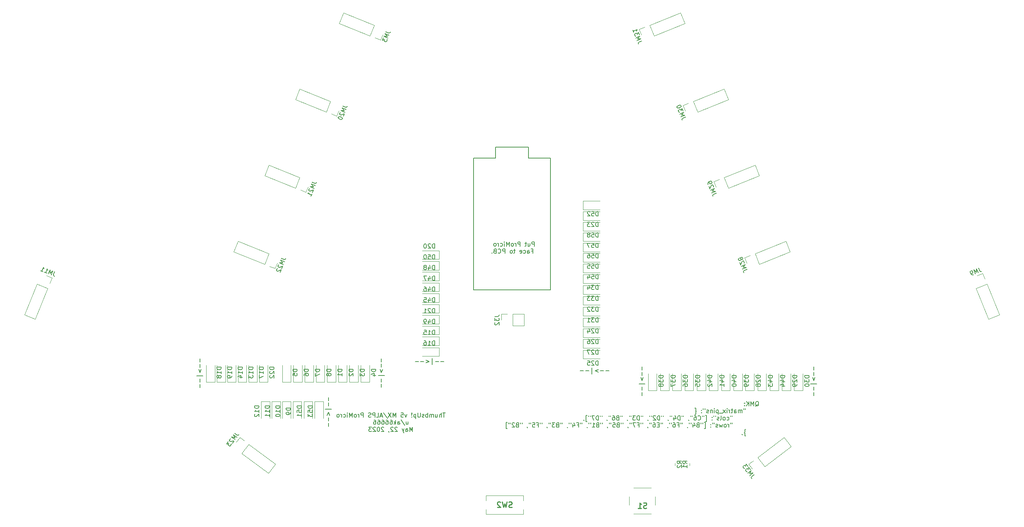
<source format=gbr>
G04 #@! TF.GenerationSoftware,KiCad,Pcbnew,(5.1.4)-1*
G04 #@! TF.CreationDate,2023-05-25T13:23:40-04:00*
G04 #@! TF.ProjectId,ThumbsUp,5468756d-6273-4557-902e-6b696361645f,rev?*
G04 #@! TF.SameCoordinates,Original*
G04 #@! TF.FileFunction,Legend,Bot*
G04 #@! TF.FilePolarity,Positive*
%FSLAX46Y46*%
G04 Gerber Fmt 4.6, Leading zero omitted, Abs format (unit mm)*
G04 Created by KiCad (PCBNEW (5.1.4)-1) date 2023-05-25 13:23:40*
%MOMM*%
%LPD*%
G04 APERTURE LIST*
%ADD10C,0.150000*%
%ADD11C,0.100000*%
%ADD12C,0.120000*%
%ADD13C,0.254000*%
G04 APERTURE END LIST*
D10*
X198797738Y-53147619D02*
X198892976Y-53100000D01*
X198988214Y-53004761D01*
X199131071Y-52861904D01*
X199226309Y-52814285D01*
X199321547Y-52814285D01*
X199273928Y-53052380D02*
X199369166Y-53004761D01*
X199464404Y-52909523D01*
X199512023Y-52719047D01*
X199512023Y-52385714D01*
X199464404Y-52195238D01*
X199369166Y-52100000D01*
X199273928Y-52052380D01*
X199083452Y-52052380D01*
X198988214Y-52100000D01*
X198892976Y-52195238D01*
X198845357Y-52385714D01*
X198845357Y-52719047D01*
X198892976Y-52909523D01*
X198988214Y-53004761D01*
X199083452Y-53052380D01*
X199273928Y-53052380D01*
X198416785Y-53052380D02*
X198416785Y-52052380D01*
X198083452Y-52766666D01*
X197750119Y-52052380D01*
X197750119Y-53052380D01*
X197273928Y-53052380D02*
X197273928Y-52052380D01*
X196702500Y-53052380D02*
X197131071Y-52480952D01*
X196702500Y-52052380D02*
X197273928Y-52623809D01*
X196273928Y-52957142D02*
X196226309Y-53004761D01*
X196273928Y-53052380D01*
X196321547Y-53004761D01*
X196273928Y-52957142D01*
X196273928Y-53052380D01*
X196273928Y-52433333D02*
X196226309Y-52480952D01*
X196273928Y-52528571D01*
X196321547Y-52480952D01*
X196273928Y-52433333D01*
X196273928Y-52528571D01*
X196464404Y-53702380D02*
X196464404Y-53892857D01*
X196083452Y-53702380D02*
X196083452Y-53892857D01*
X195654880Y-54702380D02*
X195654880Y-54035714D01*
X195654880Y-54130952D02*
X195607261Y-54083333D01*
X195512023Y-54035714D01*
X195369166Y-54035714D01*
X195273928Y-54083333D01*
X195226309Y-54178571D01*
X195226309Y-54702380D01*
X195226309Y-54178571D02*
X195178690Y-54083333D01*
X195083452Y-54035714D01*
X194940595Y-54035714D01*
X194845357Y-54083333D01*
X194797738Y-54178571D01*
X194797738Y-54702380D01*
X193892976Y-54702380D02*
X193892976Y-54178571D01*
X193940595Y-54083333D01*
X194035833Y-54035714D01*
X194226309Y-54035714D01*
X194321547Y-54083333D01*
X193892976Y-54654761D02*
X193988214Y-54702380D01*
X194226309Y-54702380D01*
X194321547Y-54654761D01*
X194369166Y-54559523D01*
X194369166Y-54464285D01*
X194321547Y-54369047D01*
X194226309Y-54321428D01*
X193988214Y-54321428D01*
X193892976Y-54273809D01*
X193559642Y-54035714D02*
X193178690Y-54035714D01*
X193416785Y-53702380D02*
X193416785Y-54559523D01*
X193369166Y-54654761D01*
X193273928Y-54702380D01*
X193178690Y-54702380D01*
X192845357Y-54702380D02*
X192845357Y-54035714D01*
X192845357Y-54226190D02*
X192797738Y-54130952D01*
X192750119Y-54083333D01*
X192654880Y-54035714D01*
X192559642Y-54035714D01*
X192226309Y-54702380D02*
X192226309Y-54035714D01*
X192226309Y-53702380D02*
X192273928Y-53750000D01*
X192226309Y-53797619D01*
X192178690Y-53750000D01*
X192226309Y-53702380D01*
X192226309Y-53797619D01*
X191845357Y-54702380D02*
X191321547Y-54035714D01*
X191845357Y-54035714D02*
X191321547Y-54702380D01*
X191178690Y-54797619D02*
X190416785Y-54797619D01*
X190178690Y-54035714D02*
X190178690Y-55035714D01*
X190178690Y-54083333D02*
X190083452Y-54035714D01*
X189892976Y-54035714D01*
X189797738Y-54083333D01*
X189750119Y-54130952D01*
X189702500Y-54226190D01*
X189702500Y-54511904D01*
X189750119Y-54607142D01*
X189797738Y-54654761D01*
X189892976Y-54702380D01*
X190083452Y-54702380D01*
X190178690Y-54654761D01*
X189273928Y-54702380D02*
X189273928Y-54035714D01*
X189273928Y-53702380D02*
X189321547Y-53750000D01*
X189273928Y-53797619D01*
X189226309Y-53750000D01*
X189273928Y-53702380D01*
X189273928Y-53797619D01*
X188797738Y-54035714D02*
X188797738Y-54702380D01*
X188797738Y-54130952D02*
X188750119Y-54083333D01*
X188654880Y-54035714D01*
X188512023Y-54035714D01*
X188416785Y-54083333D01*
X188369166Y-54178571D01*
X188369166Y-54702380D01*
X187940595Y-54654761D02*
X187845357Y-54702380D01*
X187654880Y-54702380D01*
X187559642Y-54654761D01*
X187512023Y-54559523D01*
X187512023Y-54511904D01*
X187559642Y-54416666D01*
X187654880Y-54369047D01*
X187797738Y-54369047D01*
X187892976Y-54321428D01*
X187940595Y-54226190D01*
X187940595Y-54178571D01*
X187892976Y-54083333D01*
X187797738Y-54035714D01*
X187654880Y-54035714D01*
X187559642Y-54083333D01*
X187131071Y-53702380D02*
X187131071Y-53892857D01*
X186750119Y-53702380D02*
X186750119Y-53892857D01*
X186321547Y-54607142D02*
X186273928Y-54654761D01*
X186321547Y-54702380D01*
X186369166Y-54654761D01*
X186321547Y-54607142D01*
X186321547Y-54702380D01*
X186321547Y-54083333D02*
X186273928Y-54130952D01*
X186321547Y-54178571D01*
X186369166Y-54130952D01*
X186321547Y-54083333D01*
X186321547Y-54178571D01*
X184797738Y-55083333D02*
X184845357Y-55083333D01*
X184940595Y-55035714D01*
X184988214Y-54940476D01*
X184988214Y-54464285D01*
X185035833Y-54369047D01*
X185131071Y-54321428D01*
X185035833Y-54273809D01*
X184988214Y-54178571D01*
X184988214Y-53702380D01*
X184940595Y-53607142D01*
X184845357Y-53559523D01*
X184797738Y-53559523D01*
X193416785Y-55352380D02*
X193416785Y-55542857D01*
X193035833Y-55352380D02*
X193035833Y-55542857D01*
X192178690Y-56304761D02*
X192273928Y-56352380D01*
X192464404Y-56352380D01*
X192559642Y-56304761D01*
X192607261Y-56257142D01*
X192654880Y-56161904D01*
X192654880Y-55876190D01*
X192607261Y-55780952D01*
X192559642Y-55733333D01*
X192464404Y-55685714D01*
X192273928Y-55685714D01*
X192178690Y-55733333D01*
X191607261Y-56352380D02*
X191702500Y-56304761D01*
X191750119Y-56257142D01*
X191797738Y-56161904D01*
X191797738Y-55876190D01*
X191750119Y-55780952D01*
X191702500Y-55733333D01*
X191607261Y-55685714D01*
X191464404Y-55685714D01*
X191369166Y-55733333D01*
X191321547Y-55780952D01*
X191273928Y-55876190D01*
X191273928Y-56161904D01*
X191321547Y-56257142D01*
X191369166Y-56304761D01*
X191464404Y-56352380D01*
X191607261Y-56352380D01*
X190702500Y-56352380D02*
X190797738Y-56304761D01*
X190845357Y-56209523D01*
X190845357Y-55352380D01*
X190369166Y-56304761D02*
X190273928Y-56352380D01*
X190083452Y-56352380D01*
X189988214Y-56304761D01*
X189940595Y-56209523D01*
X189940595Y-56161904D01*
X189988214Y-56066666D01*
X190083452Y-56019047D01*
X190226309Y-56019047D01*
X190321547Y-55971428D01*
X190369166Y-55876190D01*
X190369166Y-55828571D01*
X190321547Y-55733333D01*
X190226309Y-55685714D01*
X190083452Y-55685714D01*
X189988214Y-55733333D01*
X189559642Y-55352380D02*
X189559642Y-55542857D01*
X189178690Y-55352380D02*
X189178690Y-55542857D01*
X188750119Y-56257142D02*
X188702500Y-56304761D01*
X188750119Y-56352380D01*
X188797738Y-56304761D01*
X188750119Y-56257142D01*
X188750119Y-56352380D01*
X188750119Y-55733333D02*
X188702500Y-55780952D01*
X188750119Y-55828571D01*
X188797738Y-55780952D01*
X188750119Y-55733333D01*
X188750119Y-55828571D01*
X187226309Y-56685714D02*
X187464404Y-56685714D01*
X187464404Y-55257142D01*
X187226309Y-55257142D01*
X186892976Y-55352380D02*
X186892976Y-55542857D01*
X186512023Y-55352380D02*
X186512023Y-55542857D01*
X185512023Y-56257142D02*
X185559642Y-56304761D01*
X185702500Y-56352380D01*
X185797738Y-56352380D01*
X185940595Y-56304761D01*
X186035833Y-56209523D01*
X186083452Y-56114285D01*
X186131071Y-55923809D01*
X186131071Y-55780952D01*
X186083452Y-55590476D01*
X186035833Y-55495238D01*
X185940595Y-55400000D01*
X185797738Y-55352380D01*
X185702500Y-55352380D01*
X185559642Y-55400000D01*
X185512023Y-55447619D01*
X184654880Y-55352380D02*
X184845357Y-55352380D01*
X184940595Y-55400000D01*
X184988214Y-55447619D01*
X185083452Y-55590476D01*
X185131071Y-55780952D01*
X185131071Y-56161904D01*
X185083452Y-56257142D01*
X185035833Y-56304761D01*
X184940595Y-56352380D01*
X184750119Y-56352380D01*
X184654880Y-56304761D01*
X184607261Y-56257142D01*
X184559642Y-56161904D01*
X184559642Y-55923809D01*
X184607261Y-55828571D01*
X184654880Y-55780952D01*
X184750119Y-55733333D01*
X184940595Y-55733333D01*
X185035833Y-55780952D01*
X185083452Y-55828571D01*
X185131071Y-55923809D01*
X184178690Y-55352380D02*
X184178690Y-55542857D01*
X183797738Y-55352380D02*
X183797738Y-55542857D01*
X183321547Y-56304761D02*
X183321547Y-56352380D01*
X183369166Y-56447619D01*
X183416785Y-56495238D01*
X182178690Y-55352380D02*
X182178690Y-55542857D01*
X181797738Y-55352380D02*
X181797738Y-55542857D01*
X181369166Y-56352380D02*
X181369166Y-55352380D01*
X181131071Y-55352380D01*
X180988214Y-55400000D01*
X180892976Y-55495238D01*
X180845357Y-55590476D01*
X180797738Y-55780952D01*
X180797738Y-55923809D01*
X180845357Y-56114285D01*
X180892976Y-56209523D01*
X180988214Y-56304761D01*
X181131071Y-56352380D01*
X181369166Y-56352380D01*
X179940595Y-55685714D02*
X179940595Y-56352380D01*
X180178690Y-55304761D02*
X180416785Y-56019047D01*
X179797738Y-56019047D01*
X179464404Y-55352380D02*
X179464404Y-55542857D01*
X179083452Y-55352380D02*
X179083452Y-55542857D01*
X178607261Y-56304761D02*
X178607261Y-56352380D01*
X178654880Y-56447619D01*
X178702500Y-56495238D01*
X177464404Y-55352380D02*
X177464404Y-55542857D01*
X177083452Y-55352380D02*
X177083452Y-55542857D01*
X176654880Y-56352380D02*
X176654880Y-55352380D01*
X176416785Y-55352380D01*
X176273928Y-55400000D01*
X176178690Y-55495238D01*
X176131071Y-55590476D01*
X176083452Y-55780952D01*
X176083452Y-55923809D01*
X176131071Y-56114285D01*
X176178690Y-56209523D01*
X176273928Y-56304761D01*
X176416785Y-56352380D01*
X176654880Y-56352380D01*
X175702500Y-55447619D02*
X175654880Y-55400000D01*
X175559642Y-55352380D01*
X175321547Y-55352380D01*
X175226309Y-55400000D01*
X175178690Y-55447619D01*
X175131071Y-55542857D01*
X175131071Y-55638095D01*
X175178690Y-55780952D01*
X175750119Y-56352380D01*
X175131071Y-56352380D01*
X174750119Y-55352380D02*
X174750119Y-55542857D01*
X174369166Y-55352380D02*
X174369166Y-55542857D01*
X173892976Y-56304761D02*
X173892976Y-56352380D01*
X173940595Y-56447619D01*
X173988214Y-56495238D01*
X172750119Y-55352380D02*
X172750119Y-55542857D01*
X172369166Y-55352380D02*
X172369166Y-55542857D01*
X171940595Y-56352380D02*
X171940595Y-55352380D01*
X171702500Y-55352380D01*
X171559642Y-55400000D01*
X171464404Y-55495238D01*
X171416785Y-55590476D01*
X171369166Y-55780952D01*
X171369166Y-55923809D01*
X171416785Y-56114285D01*
X171464404Y-56209523D01*
X171559642Y-56304761D01*
X171702500Y-56352380D01*
X171940595Y-56352380D01*
X171035833Y-55352380D02*
X170416785Y-55352380D01*
X170750119Y-55733333D01*
X170607261Y-55733333D01*
X170512023Y-55780952D01*
X170464404Y-55828571D01*
X170416785Y-55923809D01*
X170416785Y-56161904D01*
X170464404Y-56257142D01*
X170512023Y-56304761D01*
X170607261Y-56352380D01*
X170892976Y-56352380D01*
X170988214Y-56304761D01*
X171035833Y-56257142D01*
X170035833Y-55352380D02*
X170035833Y-55542857D01*
X169654880Y-55352380D02*
X169654880Y-55542857D01*
X169178690Y-56304761D02*
X169178690Y-56352380D01*
X169226309Y-56447619D01*
X169273928Y-56495238D01*
X168035833Y-55352380D02*
X168035833Y-55542857D01*
X167654880Y-55352380D02*
X167654880Y-55542857D01*
X166892976Y-55828571D02*
X166750119Y-55876190D01*
X166702500Y-55923809D01*
X166654880Y-56019047D01*
X166654880Y-56161904D01*
X166702500Y-56257142D01*
X166750119Y-56304761D01*
X166845357Y-56352380D01*
X167226309Y-56352380D01*
X167226309Y-55352380D01*
X166892976Y-55352380D01*
X166797738Y-55400000D01*
X166750119Y-55447619D01*
X166702500Y-55542857D01*
X166702500Y-55638095D01*
X166750119Y-55733333D01*
X166797738Y-55780952D01*
X166892976Y-55828571D01*
X167226309Y-55828571D01*
X165797738Y-55352380D02*
X165988214Y-55352380D01*
X166083452Y-55400000D01*
X166131071Y-55447619D01*
X166226309Y-55590476D01*
X166273928Y-55780952D01*
X166273928Y-56161904D01*
X166226309Y-56257142D01*
X166178690Y-56304761D01*
X166083452Y-56352380D01*
X165892976Y-56352380D01*
X165797738Y-56304761D01*
X165750119Y-56257142D01*
X165702500Y-56161904D01*
X165702500Y-55923809D01*
X165750119Y-55828571D01*
X165797738Y-55780952D01*
X165892976Y-55733333D01*
X166083452Y-55733333D01*
X166178690Y-55780952D01*
X166226309Y-55828571D01*
X166273928Y-55923809D01*
X165321547Y-55352380D02*
X165321547Y-55542857D01*
X164940595Y-55352380D02*
X164940595Y-55542857D01*
X164464404Y-56304761D02*
X164464404Y-56352380D01*
X164512023Y-56447619D01*
X164559642Y-56495238D01*
X163321547Y-55352380D02*
X163321547Y-55542857D01*
X162940595Y-55352380D02*
X162940595Y-55542857D01*
X162512023Y-56352380D02*
X162512023Y-55352380D01*
X162273928Y-55352380D01*
X162131071Y-55400000D01*
X162035833Y-55495238D01*
X161988214Y-55590476D01*
X161940595Y-55780952D01*
X161940595Y-55923809D01*
X161988214Y-56114285D01*
X162035833Y-56209523D01*
X162131071Y-56304761D01*
X162273928Y-56352380D01*
X162512023Y-56352380D01*
X161607261Y-55352380D02*
X160940595Y-55352380D01*
X161369166Y-56352380D01*
X160607261Y-55352380D02*
X160607261Y-55542857D01*
X160226309Y-55352380D02*
X160226309Y-55542857D01*
X159892976Y-56685714D02*
X159654880Y-56685714D01*
X159654880Y-55257142D01*
X159892976Y-55257142D01*
X159083452Y-56304761D02*
X159083452Y-56352380D01*
X159131071Y-56447619D01*
X159178690Y-56495238D01*
X193416785Y-57002380D02*
X193416785Y-57192857D01*
X193035833Y-57002380D02*
X193035833Y-57192857D01*
X192607261Y-58002380D02*
X192607261Y-57335714D01*
X192607261Y-57526190D02*
X192559642Y-57430952D01*
X192512023Y-57383333D01*
X192416785Y-57335714D01*
X192321547Y-57335714D01*
X191845357Y-58002380D02*
X191940595Y-57954761D01*
X191988214Y-57907142D01*
X192035833Y-57811904D01*
X192035833Y-57526190D01*
X191988214Y-57430952D01*
X191940595Y-57383333D01*
X191845357Y-57335714D01*
X191702500Y-57335714D01*
X191607261Y-57383333D01*
X191559642Y-57430952D01*
X191512023Y-57526190D01*
X191512023Y-57811904D01*
X191559642Y-57907142D01*
X191607261Y-57954761D01*
X191702500Y-58002380D01*
X191845357Y-58002380D01*
X191178690Y-57335714D02*
X190988214Y-58002380D01*
X190797738Y-57526190D01*
X190607261Y-58002380D01*
X190416785Y-57335714D01*
X190083452Y-57954761D02*
X189988214Y-58002380D01*
X189797738Y-58002380D01*
X189702500Y-57954761D01*
X189654880Y-57859523D01*
X189654880Y-57811904D01*
X189702500Y-57716666D01*
X189797738Y-57669047D01*
X189940595Y-57669047D01*
X190035833Y-57621428D01*
X190083452Y-57526190D01*
X190083452Y-57478571D01*
X190035833Y-57383333D01*
X189940595Y-57335714D01*
X189797738Y-57335714D01*
X189702500Y-57383333D01*
X189273928Y-57002380D02*
X189273928Y-57192857D01*
X188892976Y-57002380D02*
X188892976Y-57192857D01*
X188464404Y-57907142D02*
X188416785Y-57954761D01*
X188464404Y-58002380D01*
X188512023Y-57954761D01*
X188464404Y-57907142D01*
X188464404Y-58002380D01*
X188464404Y-57383333D02*
X188416785Y-57430952D01*
X188464404Y-57478571D01*
X188512023Y-57430952D01*
X188464404Y-57383333D01*
X188464404Y-57478571D01*
X186940595Y-58335714D02*
X187178690Y-58335714D01*
X187178690Y-56907142D01*
X186940595Y-56907142D01*
X186607261Y-57002380D02*
X186607261Y-57192857D01*
X186226309Y-57002380D02*
X186226309Y-57192857D01*
X185464404Y-57478571D02*
X185321547Y-57526190D01*
X185273928Y-57573809D01*
X185226309Y-57669047D01*
X185226309Y-57811904D01*
X185273928Y-57907142D01*
X185321547Y-57954761D01*
X185416785Y-58002380D01*
X185797738Y-58002380D01*
X185797738Y-57002380D01*
X185464404Y-57002380D01*
X185369166Y-57050000D01*
X185321547Y-57097619D01*
X185273928Y-57192857D01*
X185273928Y-57288095D01*
X185321547Y-57383333D01*
X185369166Y-57430952D01*
X185464404Y-57478571D01*
X185797738Y-57478571D01*
X184369166Y-57335714D02*
X184369166Y-58002380D01*
X184607261Y-56954761D02*
X184845357Y-57669047D01*
X184226309Y-57669047D01*
X183892976Y-57002380D02*
X183892976Y-57192857D01*
X183512023Y-57002380D02*
X183512023Y-57192857D01*
X183035833Y-57954761D02*
X183035833Y-58002380D01*
X183083452Y-58097619D01*
X183131071Y-58145238D01*
X181892976Y-57002380D02*
X181892976Y-57192857D01*
X181512023Y-57002380D02*
X181512023Y-57192857D01*
X180750119Y-57478571D02*
X181083452Y-57478571D01*
X181083452Y-58002380D02*
X181083452Y-57002380D01*
X180607261Y-57002380D01*
X179797738Y-57002380D02*
X179988214Y-57002380D01*
X180083452Y-57050000D01*
X180131071Y-57097619D01*
X180226309Y-57240476D01*
X180273928Y-57430952D01*
X180273928Y-57811904D01*
X180226309Y-57907142D01*
X180178690Y-57954761D01*
X180083452Y-58002380D01*
X179892976Y-58002380D01*
X179797738Y-57954761D01*
X179750119Y-57907142D01*
X179702500Y-57811904D01*
X179702500Y-57573809D01*
X179750119Y-57478571D01*
X179797738Y-57430952D01*
X179892976Y-57383333D01*
X180083452Y-57383333D01*
X180178690Y-57430952D01*
X180226309Y-57478571D01*
X180273928Y-57573809D01*
X179321547Y-57002380D02*
X179321547Y-57192857D01*
X178940595Y-57002380D02*
X178940595Y-57192857D01*
X178464404Y-57954761D02*
X178464404Y-58002380D01*
X178512023Y-58097619D01*
X178559642Y-58145238D01*
X177321547Y-57002380D02*
X177321547Y-57192857D01*
X176940595Y-57002380D02*
X176940595Y-57192857D01*
X176512023Y-57478571D02*
X176178690Y-57478571D01*
X176035833Y-58002380D02*
X176512023Y-58002380D01*
X176512023Y-57002380D01*
X176035833Y-57002380D01*
X175178690Y-57002380D02*
X175369166Y-57002380D01*
X175464404Y-57050000D01*
X175512023Y-57097619D01*
X175607261Y-57240476D01*
X175654880Y-57430952D01*
X175654880Y-57811904D01*
X175607261Y-57907142D01*
X175559642Y-57954761D01*
X175464404Y-58002380D01*
X175273928Y-58002380D01*
X175178690Y-57954761D01*
X175131071Y-57907142D01*
X175083452Y-57811904D01*
X175083452Y-57573809D01*
X175131071Y-57478571D01*
X175178690Y-57430952D01*
X175273928Y-57383333D01*
X175464404Y-57383333D01*
X175559642Y-57430952D01*
X175607261Y-57478571D01*
X175654880Y-57573809D01*
X174702500Y-57002380D02*
X174702500Y-57192857D01*
X174321547Y-57002380D02*
X174321547Y-57192857D01*
X173845357Y-57954761D02*
X173845357Y-58002380D01*
X173892976Y-58097619D01*
X173940595Y-58145238D01*
X172702500Y-57002380D02*
X172702500Y-57192857D01*
X172321547Y-57002380D02*
X172321547Y-57192857D01*
X171559642Y-57478571D02*
X171892976Y-57478571D01*
X171892976Y-58002380D02*
X171892976Y-57002380D01*
X171416785Y-57002380D01*
X171131071Y-57002380D02*
X170464404Y-57002380D01*
X170892976Y-58002380D01*
X170131071Y-57002380D02*
X170131071Y-57192857D01*
X169750119Y-57002380D02*
X169750119Y-57192857D01*
X169273928Y-57954761D02*
X169273928Y-58002380D01*
X169321547Y-58097619D01*
X169369166Y-58145238D01*
X168131071Y-57002380D02*
X168131071Y-57192857D01*
X167750119Y-57002380D02*
X167750119Y-57192857D01*
X166988214Y-57478571D02*
X166845357Y-57526190D01*
X166797738Y-57573809D01*
X166750119Y-57669047D01*
X166750119Y-57811904D01*
X166797738Y-57907142D01*
X166845357Y-57954761D01*
X166940595Y-58002380D01*
X167321547Y-58002380D01*
X167321547Y-57002380D01*
X166988214Y-57002380D01*
X166892976Y-57050000D01*
X166845357Y-57097619D01*
X166797738Y-57192857D01*
X166797738Y-57288095D01*
X166845357Y-57383333D01*
X166892976Y-57430952D01*
X166988214Y-57478571D01*
X167321547Y-57478571D01*
X165845357Y-57002380D02*
X166321547Y-57002380D01*
X166369166Y-57478571D01*
X166321547Y-57430952D01*
X166226309Y-57383333D01*
X165988214Y-57383333D01*
X165892976Y-57430952D01*
X165845357Y-57478571D01*
X165797738Y-57573809D01*
X165797738Y-57811904D01*
X165845357Y-57907142D01*
X165892976Y-57954761D01*
X165988214Y-58002380D01*
X166226309Y-58002380D01*
X166321547Y-57954761D01*
X166369166Y-57907142D01*
X165416785Y-57002380D02*
X165416785Y-57192857D01*
X165035833Y-57002380D02*
X165035833Y-57192857D01*
X164559642Y-57954761D02*
X164559642Y-58002380D01*
X164607261Y-58097619D01*
X164654880Y-58145238D01*
X163416785Y-57002380D02*
X163416785Y-57192857D01*
X163035833Y-57002380D02*
X163035833Y-57192857D01*
X162273928Y-57478571D02*
X162131071Y-57526190D01*
X162083452Y-57573809D01*
X162035833Y-57669047D01*
X162035833Y-57811904D01*
X162083452Y-57907142D01*
X162131071Y-57954761D01*
X162226309Y-58002380D01*
X162607261Y-58002380D01*
X162607261Y-57002380D01*
X162273928Y-57002380D01*
X162178690Y-57050000D01*
X162131071Y-57097619D01*
X162083452Y-57192857D01*
X162083452Y-57288095D01*
X162131071Y-57383333D01*
X162178690Y-57430952D01*
X162273928Y-57478571D01*
X162607261Y-57478571D01*
X161083452Y-58002380D02*
X161654880Y-58002380D01*
X161369166Y-58002380D02*
X161369166Y-57002380D01*
X161464404Y-57145238D01*
X161559642Y-57240476D01*
X161654880Y-57288095D01*
X160702500Y-57002380D02*
X160702500Y-57192857D01*
X160321547Y-57002380D02*
X160321547Y-57192857D01*
X159845357Y-57954761D02*
X159845357Y-58002380D01*
X159892976Y-58097619D01*
X159940595Y-58145238D01*
X158702500Y-57002380D02*
X158702500Y-57192857D01*
X158321547Y-57002380D02*
X158321547Y-57192857D01*
X157559642Y-57478571D02*
X157892976Y-57478571D01*
X157892976Y-58002380D02*
X157892976Y-57002380D01*
X157416785Y-57002380D01*
X156607261Y-57335714D02*
X156607261Y-58002380D01*
X156845357Y-56954761D02*
X157083452Y-57669047D01*
X156464404Y-57669047D01*
X156131071Y-57002380D02*
X156131071Y-57192857D01*
X155750119Y-57002380D02*
X155750119Y-57192857D01*
X155273928Y-57954761D02*
X155273928Y-58002380D01*
X155321547Y-58097619D01*
X155369166Y-58145238D01*
X154131071Y-57002380D02*
X154131071Y-57192857D01*
X153750119Y-57002380D02*
X153750119Y-57192857D01*
X152988214Y-57478571D02*
X152845357Y-57526190D01*
X152797738Y-57573809D01*
X152750119Y-57669047D01*
X152750119Y-57811904D01*
X152797738Y-57907142D01*
X152845357Y-57954761D01*
X152940595Y-58002380D01*
X153321547Y-58002380D01*
X153321547Y-57002380D01*
X152988214Y-57002380D01*
X152892976Y-57050000D01*
X152845357Y-57097619D01*
X152797738Y-57192857D01*
X152797738Y-57288095D01*
X152845357Y-57383333D01*
X152892976Y-57430952D01*
X152988214Y-57478571D01*
X153321547Y-57478571D01*
X152416785Y-57002380D02*
X151797738Y-57002380D01*
X152131071Y-57383333D01*
X151988214Y-57383333D01*
X151892976Y-57430952D01*
X151845357Y-57478571D01*
X151797738Y-57573809D01*
X151797738Y-57811904D01*
X151845357Y-57907142D01*
X151892976Y-57954761D01*
X151988214Y-58002380D01*
X152273928Y-58002380D01*
X152369166Y-57954761D01*
X152416785Y-57907142D01*
X151416785Y-57002380D02*
X151416785Y-57192857D01*
X151035833Y-57002380D02*
X151035833Y-57192857D01*
X150559642Y-57954761D02*
X150559642Y-58002380D01*
X150607261Y-58097619D01*
X150654880Y-58145238D01*
X149416785Y-57002380D02*
X149416785Y-57192857D01*
X149035833Y-57002380D02*
X149035833Y-57192857D01*
X148273928Y-57478571D02*
X148607261Y-57478571D01*
X148607261Y-58002380D02*
X148607261Y-57002380D01*
X148131071Y-57002380D01*
X147273928Y-57002380D02*
X147750119Y-57002380D01*
X147797738Y-57478571D01*
X147750119Y-57430952D01*
X147654880Y-57383333D01*
X147416785Y-57383333D01*
X147321547Y-57430952D01*
X147273928Y-57478571D01*
X147226309Y-57573809D01*
X147226309Y-57811904D01*
X147273928Y-57907142D01*
X147321547Y-57954761D01*
X147416785Y-58002380D01*
X147654880Y-58002380D01*
X147750119Y-57954761D01*
X147797738Y-57907142D01*
X146845357Y-57002380D02*
X146845357Y-57192857D01*
X146464404Y-57002380D02*
X146464404Y-57192857D01*
X145988214Y-57954761D02*
X145988214Y-58002380D01*
X146035833Y-58097619D01*
X146083452Y-58145238D01*
X144845357Y-57002380D02*
X144845357Y-57192857D01*
X144464404Y-57002380D02*
X144464404Y-57192857D01*
X143702500Y-57478571D02*
X143559642Y-57526190D01*
X143512023Y-57573809D01*
X143464404Y-57669047D01*
X143464404Y-57811904D01*
X143512023Y-57907142D01*
X143559642Y-57954761D01*
X143654880Y-58002380D01*
X144035833Y-58002380D01*
X144035833Y-57002380D01*
X143702500Y-57002380D01*
X143607261Y-57050000D01*
X143559642Y-57097619D01*
X143512023Y-57192857D01*
X143512023Y-57288095D01*
X143559642Y-57383333D01*
X143607261Y-57430952D01*
X143702500Y-57478571D01*
X144035833Y-57478571D01*
X143083452Y-57097619D02*
X143035833Y-57050000D01*
X142940595Y-57002380D01*
X142702500Y-57002380D01*
X142607261Y-57050000D01*
X142559642Y-57097619D01*
X142512023Y-57192857D01*
X142512023Y-57288095D01*
X142559642Y-57430952D01*
X143131071Y-58002380D01*
X142512023Y-58002380D01*
X142131071Y-57002380D02*
X142131071Y-57192857D01*
X141750119Y-57002380D02*
X141750119Y-57192857D01*
X141416785Y-58335714D02*
X141178690Y-58335714D01*
X141178690Y-56907142D01*
X141416785Y-56907142D01*
X196512023Y-60033333D02*
X196464404Y-60033333D01*
X196369166Y-59985714D01*
X196321547Y-59890476D01*
X196321547Y-59414285D01*
X196273928Y-59319047D01*
X196178690Y-59271428D01*
X196273928Y-59223809D01*
X196321547Y-59128571D01*
X196321547Y-58652380D01*
X196369166Y-58557142D01*
X196464404Y-58509523D01*
X196512023Y-58509523D01*
X195702500Y-59604761D02*
X195702500Y-59652380D01*
X195750119Y-59747619D01*
X195797738Y-59795238D01*
X120136666Y-42818571D02*
X120898571Y-42818571D01*
X121374761Y-42818571D02*
X122136666Y-42818571D01*
X122612857Y-43104285D02*
X123374761Y-42818571D01*
X122612857Y-42532857D01*
X124089047Y-42104285D02*
X124089047Y-43532857D01*
X124803333Y-42818571D02*
X125565238Y-42818571D01*
X126041428Y-42818571D02*
X126803333Y-42818571D01*
X127071428Y-54702380D02*
X126500000Y-54702380D01*
X126785714Y-55702380D02*
X126785714Y-54702380D01*
X126166666Y-55702380D02*
X126166666Y-54702380D01*
X125738095Y-55702380D02*
X125738095Y-55178571D01*
X125785714Y-55083333D01*
X125880952Y-55035714D01*
X126023809Y-55035714D01*
X126119047Y-55083333D01*
X126166666Y-55130952D01*
X124833333Y-55035714D02*
X124833333Y-55702380D01*
X125261904Y-55035714D02*
X125261904Y-55559523D01*
X125214285Y-55654761D01*
X125119047Y-55702380D01*
X124976190Y-55702380D01*
X124880952Y-55654761D01*
X124833333Y-55607142D01*
X124357142Y-55702380D02*
X124357142Y-55035714D01*
X124357142Y-55130952D02*
X124309523Y-55083333D01*
X124214285Y-55035714D01*
X124071428Y-55035714D01*
X123976190Y-55083333D01*
X123928571Y-55178571D01*
X123928571Y-55702380D01*
X123928571Y-55178571D02*
X123880952Y-55083333D01*
X123785714Y-55035714D01*
X123642857Y-55035714D01*
X123547619Y-55083333D01*
X123500000Y-55178571D01*
X123500000Y-55702380D01*
X123023809Y-55702380D02*
X123023809Y-54702380D01*
X123023809Y-55083333D02*
X122928571Y-55035714D01*
X122738095Y-55035714D01*
X122642857Y-55083333D01*
X122595238Y-55130952D01*
X122547619Y-55226190D01*
X122547619Y-55511904D01*
X122595238Y-55607142D01*
X122642857Y-55654761D01*
X122738095Y-55702380D01*
X122928571Y-55702380D01*
X123023809Y-55654761D01*
X122166666Y-55654761D02*
X122071428Y-55702380D01*
X121880952Y-55702380D01*
X121785714Y-55654761D01*
X121738095Y-55559523D01*
X121738095Y-55511904D01*
X121785714Y-55416666D01*
X121880952Y-55369047D01*
X122023809Y-55369047D01*
X122119047Y-55321428D01*
X122166666Y-55226190D01*
X122166666Y-55178571D01*
X122119047Y-55083333D01*
X122023809Y-55035714D01*
X121880952Y-55035714D01*
X121785714Y-55083333D01*
X121309523Y-54702380D02*
X121309523Y-55511904D01*
X121261904Y-55607142D01*
X121214285Y-55654761D01*
X121119047Y-55702380D01*
X120928571Y-55702380D01*
X120833333Y-55654761D01*
X120785714Y-55607142D01*
X120738095Y-55511904D01*
X120738095Y-54702380D01*
X120261904Y-55035714D02*
X120261904Y-56035714D01*
X120261904Y-55083333D02*
X120166666Y-55035714D01*
X119976190Y-55035714D01*
X119880952Y-55083333D01*
X119833333Y-55130952D01*
X119785714Y-55226190D01*
X119785714Y-55511904D01*
X119833333Y-55607142D01*
X119880952Y-55654761D01*
X119976190Y-55702380D01*
X120166666Y-55702380D01*
X120261904Y-55654761D01*
X119357142Y-55607142D02*
X119309523Y-55654761D01*
X119357142Y-55702380D01*
X119404761Y-55654761D01*
X119357142Y-55607142D01*
X119357142Y-55702380D01*
X119357142Y-55321428D02*
X119404761Y-54750000D01*
X119357142Y-54702380D01*
X119309523Y-54750000D01*
X119357142Y-55321428D01*
X119357142Y-54702380D01*
X118214285Y-55035714D02*
X117976190Y-55702380D01*
X117738095Y-55035714D01*
X116880952Y-54702380D02*
X117357142Y-54702380D01*
X117404761Y-55178571D01*
X117357142Y-55130952D01*
X117261904Y-55083333D01*
X117023809Y-55083333D01*
X116928571Y-55130952D01*
X116880952Y-55178571D01*
X116833333Y-55273809D01*
X116833333Y-55511904D01*
X116880952Y-55607142D01*
X116928571Y-55654761D01*
X117023809Y-55702380D01*
X117261904Y-55702380D01*
X117357142Y-55654761D01*
X117404761Y-55607142D01*
X115642857Y-55702380D02*
X115642857Y-54702380D01*
X115309523Y-55416666D01*
X114976190Y-54702380D01*
X114976190Y-55702380D01*
X114595238Y-54702380D02*
X113928571Y-55702380D01*
X113928571Y-54702380D02*
X114595238Y-55702380D01*
X112833333Y-54654761D02*
X113690476Y-55940476D01*
X112547619Y-55416666D02*
X112071428Y-55416666D01*
X112642857Y-55702380D02*
X112309523Y-54702380D01*
X111976190Y-55702380D01*
X111166666Y-55702380D02*
X111642857Y-55702380D01*
X111642857Y-54702380D01*
X110833333Y-55702380D02*
X110833333Y-54702380D01*
X110452380Y-54702380D01*
X110357142Y-54750000D01*
X110309523Y-54797619D01*
X110261904Y-54892857D01*
X110261904Y-55035714D01*
X110309523Y-55130952D01*
X110357142Y-55178571D01*
X110452380Y-55226190D01*
X110833333Y-55226190D01*
X109880952Y-55654761D02*
X109738095Y-55702380D01*
X109500000Y-55702380D01*
X109404761Y-55654761D01*
X109357142Y-55607142D01*
X109309523Y-55511904D01*
X109309523Y-55416666D01*
X109357142Y-55321428D01*
X109404761Y-55273809D01*
X109500000Y-55226190D01*
X109690476Y-55178571D01*
X109785714Y-55130952D01*
X109833333Y-55083333D01*
X109880952Y-54988095D01*
X109880952Y-54892857D01*
X109833333Y-54797619D01*
X109785714Y-54750000D01*
X109690476Y-54702380D01*
X109452380Y-54702380D01*
X109309523Y-54750000D01*
X108119047Y-55702380D02*
X108119047Y-54702380D01*
X107738095Y-54702380D01*
X107642857Y-54750000D01*
X107595238Y-54797619D01*
X107547619Y-54892857D01*
X107547619Y-55035714D01*
X107595238Y-55130952D01*
X107642857Y-55178571D01*
X107738095Y-55226190D01*
X108119047Y-55226190D01*
X107119047Y-55702380D02*
X107119047Y-55035714D01*
X107119047Y-55226190D02*
X107071428Y-55130952D01*
X107023809Y-55083333D01*
X106928571Y-55035714D01*
X106833333Y-55035714D01*
X106357142Y-55702380D02*
X106452380Y-55654761D01*
X106500000Y-55607142D01*
X106547619Y-55511904D01*
X106547619Y-55226190D01*
X106500000Y-55130952D01*
X106452380Y-55083333D01*
X106357142Y-55035714D01*
X106214285Y-55035714D01*
X106119047Y-55083333D01*
X106071428Y-55130952D01*
X106023809Y-55226190D01*
X106023809Y-55511904D01*
X106071428Y-55607142D01*
X106119047Y-55654761D01*
X106214285Y-55702380D01*
X106357142Y-55702380D01*
X105595238Y-55702380D02*
X105595238Y-54702380D01*
X105261904Y-55416666D01*
X104928571Y-54702380D01*
X104928571Y-55702380D01*
X104452380Y-55702380D02*
X104452380Y-55035714D01*
X104452380Y-54702380D02*
X104500000Y-54750000D01*
X104452380Y-54797619D01*
X104404761Y-54750000D01*
X104452380Y-54702380D01*
X104452380Y-54797619D01*
X103547619Y-55654761D02*
X103642857Y-55702380D01*
X103833333Y-55702380D01*
X103928571Y-55654761D01*
X103976190Y-55607142D01*
X104023809Y-55511904D01*
X104023809Y-55226190D01*
X103976190Y-55130952D01*
X103928571Y-55083333D01*
X103833333Y-55035714D01*
X103642857Y-55035714D01*
X103547619Y-55083333D01*
X103119047Y-55702380D02*
X103119047Y-55035714D01*
X103119047Y-55226190D02*
X103071428Y-55130952D01*
X103023809Y-55083333D01*
X102928571Y-55035714D01*
X102833333Y-55035714D01*
X102357142Y-55702380D02*
X102452380Y-55654761D01*
X102500000Y-55607142D01*
X102547619Y-55511904D01*
X102547619Y-55226190D01*
X102500000Y-55130952D01*
X102452380Y-55083333D01*
X102357142Y-55035714D01*
X102214285Y-55035714D01*
X102119047Y-55083333D01*
X102071428Y-55130952D01*
X102023809Y-55226190D01*
X102023809Y-55511904D01*
X102071428Y-55607142D01*
X102119047Y-55654761D01*
X102214285Y-55702380D01*
X102357142Y-55702380D01*
X118047619Y-56685714D02*
X118047619Y-57352380D01*
X118476190Y-56685714D02*
X118476190Y-57209523D01*
X118428571Y-57304761D01*
X118333333Y-57352380D01*
X118190476Y-57352380D01*
X118095238Y-57304761D01*
X118047619Y-57257142D01*
X116857142Y-56304761D02*
X117714285Y-57590476D01*
X116095238Y-57352380D02*
X116095238Y-56828571D01*
X116142857Y-56733333D01*
X116238095Y-56685714D01*
X116428571Y-56685714D01*
X116523809Y-56733333D01*
X116095238Y-57304761D02*
X116190476Y-57352380D01*
X116428571Y-57352380D01*
X116523809Y-57304761D01*
X116571428Y-57209523D01*
X116571428Y-57114285D01*
X116523809Y-57019047D01*
X116428571Y-56971428D01*
X116190476Y-56971428D01*
X116095238Y-56923809D01*
X115619047Y-57352380D02*
X115619047Y-56352380D01*
X115523809Y-56971428D02*
X115238095Y-57352380D01*
X115238095Y-56685714D02*
X115619047Y-57066666D01*
X114380952Y-56352380D02*
X114571428Y-56352380D01*
X114666666Y-56400000D01*
X114714285Y-56447619D01*
X114809523Y-56590476D01*
X114857142Y-56780952D01*
X114857142Y-57161904D01*
X114809523Y-57257142D01*
X114761904Y-57304761D01*
X114666666Y-57352380D01*
X114476190Y-57352380D01*
X114380952Y-57304761D01*
X114333333Y-57257142D01*
X114285714Y-57161904D01*
X114285714Y-56923809D01*
X114333333Y-56828571D01*
X114380952Y-56780952D01*
X114476190Y-56733333D01*
X114666666Y-56733333D01*
X114761904Y-56780952D01*
X114809523Y-56828571D01*
X114857142Y-56923809D01*
X113428571Y-56352380D02*
X113619047Y-56352380D01*
X113714285Y-56400000D01*
X113761904Y-56447619D01*
X113857142Y-56590476D01*
X113904761Y-56780952D01*
X113904761Y-57161904D01*
X113857142Y-57257142D01*
X113809523Y-57304761D01*
X113714285Y-57352380D01*
X113523809Y-57352380D01*
X113428571Y-57304761D01*
X113380952Y-57257142D01*
X113333333Y-57161904D01*
X113333333Y-56923809D01*
X113380952Y-56828571D01*
X113428571Y-56780952D01*
X113523809Y-56733333D01*
X113714285Y-56733333D01*
X113809523Y-56780952D01*
X113857142Y-56828571D01*
X113904761Y-56923809D01*
X112476190Y-56352380D02*
X112666666Y-56352380D01*
X112761904Y-56400000D01*
X112809523Y-56447619D01*
X112904761Y-56590476D01*
X112952380Y-56780952D01*
X112952380Y-57161904D01*
X112904761Y-57257142D01*
X112857142Y-57304761D01*
X112761904Y-57352380D01*
X112571428Y-57352380D01*
X112476190Y-57304761D01*
X112428571Y-57257142D01*
X112380952Y-57161904D01*
X112380952Y-56923809D01*
X112428571Y-56828571D01*
X112476190Y-56780952D01*
X112571428Y-56733333D01*
X112761904Y-56733333D01*
X112857142Y-56780952D01*
X112904761Y-56828571D01*
X112952380Y-56923809D01*
X111523809Y-56352380D02*
X111714285Y-56352380D01*
X111809523Y-56400000D01*
X111857142Y-56447619D01*
X111952380Y-56590476D01*
X112000000Y-56780952D01*
X112000000Y-57161904D01*
X111952380Y-57257142D01*
X111904761Y-57304761D01*
X111809523Y-57352380D01*
X111619047Y-57352380D01*
X111523809Y-57304761D01*
X111476190Y-57257142D01*
X111428571Y-57161904D01*
X111428571Y-56923809D01*
X111476190Y-56828571D01*
X111523809Y-56780952D01*
X111619047Y-56733333D01*
X111809523Y-56733333D01*
X111904761Y-56780952D01*
X111952380Y-56828571D01*
X112000000Y-56923809D01*
X110571428Y-56352380D02*
X110761904Y-56352380D01*
X110857142Y-56400000D01*
X110904761Y-56447619D01*
X111000000Y-56590476D01*
X111047619Y-56780952D01*
X111047619Y-57161904D01*
X111000000Y-57257142D01*
X110952380Y-57304761D01*
X110857142Y-57352380D01*
X110666666Y-57352380D01*
X110571428Y-57304761D01*
X110523809Y-57257142D01*
X110476190Y-57161904D01*
X110476190Y-56923809D01*
X110523809Y-56828571D01*
X110571428Y-56780952D01*
X110666666Y-56733333D01*
X110857142Y-56733333D01*
X110952380Y-56780952D01*
X111000000Y-56828571D01*
X111047619Y-56923809D01*
X119523809Y-59002380D02*
X119523809Y-58002380D01*
X119190476Y-58716666D01*
X118857142Y-58002380D01*
X118857142Y-59002380D01*
X117952380Y-59002380D02*
X117952380Y-58478571D01*
X118000000Y-58383333D01*
X118095238Y-58335714D01*
X118285714Y-58335714D01*
X118380952Y-58383333D01*
X117952380Y-58954761D02*
X118047619Y-59002380D01*
X118285714Y-59002380D01*
X118380952Y-58954761D01*
X118428571Y-58859523D01*
X118428571Y-58764285D01*
X118380952Y-58669047D01*
X118285714Y-58621428D01*
X118047619Y-58621428D01*
X117952380Y-58573809D01*
X117571428Y-58335714D02*
X117333333Y-59002380D01*
X117095238Y-58335714D02*
X117333333Y-59002380D01*
X117428571Y-59240476D01*
X117476190Y-59288095D01*
X117571428Y-59335714D01*
X116000000Y-58097619D02*
X115952380Y-58050000D01*
X115857142Y-58002380D01*
X115619047Y-58002380D01*
X115523809Y-58050000D01*
X115476190Y-58097619D01*
X115428571Y-58192857D01*
X115428571Y-58288095D01*
X115476190Y-58430952D01*
X116047619Y-59002380D01*
X115428571Y-59002380D01*
X115047619Y-58097619D02*
X115000000Y-58050000D01*
X114904761Y-58002380D01*
X114666666Y-58002380D01*
X114571428Y-58050000D01*
X114523809Y-58097619D01*
X114476190Y-58192857D01*
X114476190Y-58288095D01*
X114523809Y-58430952D01*
X115095238Y-59002380D01*
X114476190Y-59002380D01*
X114000000Y-58954761D02*
X114000000Y-59002380D01*
X114047619Y-59097619D01*
X114095238Y-59145238D01*
X112857142Y-58097619D02*
X112809523Y-58050000D01*
X112714285Y-58002380D01*
X112476190Y-58002380D01*
X112380952Y-58050000D01*
X112333333Y-58097619D01*
X112285714Y-58192857D01*
X112285714Y-58288095D01*
X112333333Y-58430952D01*
X112904761Y-59002380D01*
X112285714Y-59002380D01*
X111666666Y-58002380D02*
X111571428Y-58002380D01*
X111476190Y-58050000D01*
X111428571Y-58097619D01*
X111380952Y-58192857D01*
X111333333Y-58383333D01*
X111333333Y-58621428D01*
X111380952Y-58811904D01*
X111428571Y-58907142D01*
X111476190Y-58954761D01*
X111571428Y-59002380D01*
X111666666Y-59002380D01*
X111761904Y-58954761D01*
X111809523Y-58907142D01*
X111857142Y-58811904D01*
X111904761Y-58621428D01*
X111904761Y-58383333D01*
X111857142Y-58192857D01*
X111809523Y-58097619D01*
X111761904Y-58050000D01*
X111666666Y-58002380D01*
X110952380Y-58097619D02*
X110904761Y-58050000D01*
X110809523Y-58002380D01*
X110571428Y-58002380D01*
X110476190Y-58050000D01*
X110428571Y-58097619D01*
X110380952Y-58192857D01*
X110380952Y-58288095D01*
X110428571Y-58430952D01*
X111000000Y-59002380D01*
X110380952Y-59002380D01*
X110047619Y-58002380D02*
X109428571Y-58002380D01*
X109761904Y-58383333D01*
X109619047Y-58383333D01*
X109523809Y-58430952D01*
X109476190Y-58478571D01*
X109428571Y-58573809D01*
X109428571Y-58811904D01*
X109476190Y-58907142D01*
X109523809Y-58954761D01*
X109619047Y-59002380D01*
X109904761Y-59002380D01*
X110000000Y-58954761D01*
X110047619Y-58907142D01*
X164933333Y-44971428D02*
X164171428Y-44971428D01*
X163695238Y-44971428D02*
X162933333Y-44971428D01*
X162457142Y-44685714D02*
X161695238Y-44971428D01*
X162457142Y-45257142D01*
X160980952Y-45685714D02*
X160980952Y-44257142D01*
X160266666Y-44971428D02*
X159504761Y-44971428D01*
X159028571Y-44971428D02*
X158266666Y-44971428D01*
X112321428Y-42116666D02*
X112321428Y-42878571D01*
X112321428Y-43354761D02*
X112321428Y-44116666D01*
X112035714Y-44592857D02*
X112321428Y-45354761D01*
X112607142Y-44592857D01*
X113035714Y-46069047D02*
X111607142Y-46069047D01*
X112321428Y-46783333D02*
X112321428Y-47545238D01*
X112321428Y-48021428D02*
X112321428Y-48783333D01*
X70371428Y-42166666D02*
X70371428Y-42928571D01*
X70371428Y-43404761D02*
X70371428Y-44166666D01*
X70085714Y-44642857D02*
X70371428Y-45404761D01*
X70657142Y-44642857D01*
X71085714Y-46119047D02*
X69657142Y-46119047D01*
X70371428Y-46833333D02*
X70371428Y-47595238D01*
X70371428Y-48071428D02*
X70371428Y-48833333D01*
X172571428Y-44016666D02*
X172571428Y-44778571D01*
X172571428Y-45254761D02*
X172571428Y-46016666D01*
X172285714Y-46492857D02*
X172571428Y-47254761D01*
X172857142Y-46492857D01*
X173285714Y-47969047D02*
X171857142Y-47969047D01*
X172571428Y-48683333D02*
X172571428Y-49445238D01*
X172571428Y-49921428D02*
X172571428Y-50683333D01*
X212271428Y-44016666D02*
X212271428Y-44778571D01*
X212271428Y-45254761D02*
X212271428Y-46016666D01*
X211985714Y-46492857D02*
X212271428Y-47254761D01*
X212557142Y-46492857D01*
X212985714Y-47969047D02*
X211557142Y-47969047D01*
X212271428Y-48683333D02*
X212271428Y-49445238D01*
X212271428Y-49921428D02*
X212271428Y-50683333D01*
X100078571Y-57783333D02*
X100078571Y-57021428D01*
X100078571Y-56545238D02*
X100078571Y-55783333D01*
X100364285Y-55307142D02*
X100078571Y-54545238D01*
X99792857Y-55307142D01*
X99364285Y-53830952D02*
X100792857Y-53830952D01*
X100078571Y-53116666D02*
X100078571Y-52354761D01*
X100078571Y-51878571D02*
X100078571Y-51116666D01*
X147642857Y-16127380D02*
X147642857Y-15127380D01*
X147261904Y-15127380D01*
X147166666Y-15175000D01*
X147119047Y-15222619D01*
X147071428Y-15317857D01*
X147071428Y-15460714D01*
X147119047Y-15555952D01*
X147166666Y-15603571D01*
X147261904Y-15651190D01*
X147642857Y-15651190D01*
X146214285Y-15460714D02*
X146214285Y-16127380D01*
X146642857Y-15460714D02*
X146642857Y-15984523D01*
X146595238Y-16079761D01*
X146500000Y-16127380D01*
X146357142Y-16127380D01*
X146261904Y-16079761D01*
X146214285Y-16032142D01*
X145880952Y-15460714D02*
X145500000Y-15460714D01*
X145738095Y-15127380D02*
X145738095Y-15984523D01*
X145690476Y-16079761D01*
X145595238Y-16127380D01*
X145500000Y-16127380D01*
X144404761Y-16127380D02*
X144404761Y-15127380D01*
X144023809Y-15127380D01*
X143928571Y-15175000D01*
X143880952Y-15222619D01*
X143833333Y-15317857D01*
X143833333Y-15460714D01*
X143880952Y-15555952D01*
X143928571Y-15603571D01*
X144023809Y-15651190D01*
X144404761Y-15651190D01*
X143404761Y-16127380D02*
X143404761Y-15460714D01*
X143404761Y-15651190D02*
X143357142Y-15555952D01*
X143309523Y-15508333D01*
X143214285Y-15460714D01*
X143119047Y-15460714D01*
X142642857Y-16127380D02*
X142738095Y-16079761D01*
X142785714Y-16032142D01*
X142833333Y-15936904D01*
X142833333Y-15651190D01*
X142785714Y-15555952D01*
X142738095Y-15508333D01*
X142642857Y-15460714D01*
X142500000Y-15460714D01*
X142404761Y-15508333D01*
X142357142Y-15555952D01*
X142309523Y-15651190D01*
X142309523Y-15936904D01*
X142357142Y-16032142D01*
X142404761Y-16079761D01*
X142500000Y-16127380D01*
X142642857Y-16127380D01*
X141880952Y-16127380D02*
X141880952Y-15127380D01*
X141547619Y-15841666D01*
X141214285Y-15127380D01*
X141214285Y-16127380D01*
X140738095Y-16127380D02*
X140738095Y-15460714D01*
X140738095Y-15127380D02*
X140785714Y-15175000D01*
X140738095Y-15222619D01*
X140690476Y-15175000D01*
X140738095Y-15127380D01*
X140738095Y-15222619D01*
X139833333Y-16079761D02*
X139928571Y-16127380D01*
X140119047Y-16127380D01*
X140214285Y-16079761D01*
X140261904Y-16032142D01*
X140309523Y-15936904D01*
X140309523Y-15651190D01*
X140261904Y-15555952D01*
X140214285Y-15508333D01*
X140119047Y-15460714D01*
X139928571Y-15460714D01*
X139833333Y-15508333D01*
X139404761Y-16127380D02*
X139404761Y-15460714D01*
X139404761Y-15651190D02*
X139357142Y-15555952D01*
X139309523Y-15508333D01*
X139214285Y-15460714D01*
X139119047Y-15460714D01*
X138642857Y-16127380D02*
X138738095Y-16079761D01*
X138785714Y-16032142D01*
X138833333Y-15936904D01*
X138833333Y-15651190D01*
X138785714Y-15555952D01*
X138738095Y-15508333D01*
X138642857Y-15460714D01*
X138500000Y-15460714D01*
X138404761Y-15508333D01*
X138357142Y-15555952D01*
X138309523Y-15651190D01*
X138309523Y-15936904D01*
X138357142Y-16032142D01*
X138404761Y-16079761D01*
X138500000Y-16127380D01*
X138642857Y-16127380D01*
X147023809Y-17253571D02*
X147357142Y-17253571D01*
X147357142Y-17777380D02*
X147357142Y-16777380D01*
X146880952Y-16777380D01*
X146071428Y-17777380D02*
X146071428Y-17253571D01*
X146119047Y-17158333D01*
X146214285Y-17110714D01*
X146404761Y-17110714D01*
X146500000Y-17158333D01*
X146071428Y-17729761D02*
X146166666Y-17777380D01*
X146404761Y-17777380D01*
X146500000Y-17729761D01*
X146547619Y-17634523D01*
X146547619Y-17539285D01*
X146500000Y-17444047D01*
X146404761Y-17396428D01*
X146166666Y-17396428D01*
X146071428Y-17348809D01*
X145166666Y-17729761D02*
X145261904Y-17777380D01*
X145452380Y-17777380D01*
X145547619Y-17729761D01*
X145595238Y-17682142D01*
X145642857Y-17586904D01*
X145642857Y-17301190D01*
X145595238Y-17205952D01*
X145547619Y-17158333D01*
X145452380Y-17110714D01*
X145261904Y-17110714D01*
X145166666Y-17158333D01*
X144357142Y-17729761D02*
X144452380Y-17777380D01*
X144642857Y-17777380D01*
X144738095Y-17729761D01*
X144785714Y-17634523D01*
X144785714Y-17253571D01*
X144738095Y-17158333D01*
X144642857Y-17110714D01*
X144452380Y-17110714D01*
X144357142Y-17158333D01*
X144309523Y-17253571D01*
X144309523Y-17348809D01*
X144785714Y-17444047D01*
X143261904Y-17110714D02*
X142880952Y-17110714D01*
X143119047Y-16777380D02*
X143119047Y-17634523D01*
X143071428Y-17729761D01*
X142976190Y-17777380D01*
X142880952Y-17777380D01*
X142404761Y-17777380D02*
X142500000Y-17729761D01*
X142547619Y-17682142D01*
X142595238Y-17586904D01*
X142595238Y-17301190D01*
X142547619Y-17205952D01*
X142500000Y-17158333D01*
X142404761Y-17110714D01*
X142261904Y-17110714D01*
X142166666Y-17158333D01*
X142119047Y-17205952D01*
X142071428Y-17301190D01*
X142071428Y-17586904D01*
X142119047Y-17682142D01*
X142166666Y-17729761D01*
X142261904Y-17777380D01*
X142404761Y-17777380D01*
X140880952Y-17777380D02*
X140880952Y-16777380D01*
X140500000Y-16777380D01*
X140404761Y-16825000D01*
X140357142Y-16872619D01*
X140309523Y-16967857D01*
X140309523Y-17110714D01*
X140357142Y-17205952D01*
X140404761Y-17253571D01*
X140500000Y-17301190D01*
X140880952Y-17301190D01*
X139309523Y-17682142D02*
X139357142Y-17729761D01*
X139500000Y-17777380D01*
X139595238Y-17777380D01*
X139738095Y-17729761D01*
X139833333Y-17634523D01*
X139880952Y-17539285D01*
X139928571Y-17348809D01*
X139928571Y-17205952D01*
X139880952Y-17015476D01*
X139833333Y-16920238D01*
X139738095Y-16825000D01*
X139595238Y-16777380D01*
X139500000Y-16777380D01*
X139357142Y-16825000D01*
X139309523Y-16872619D01*
X138547619Y-17253571D02*
X138404761Y-17301190D01*
X138357142Y-17348809D01*
X138309523Y-17444047D01*
X138309523Y-17586904D01*
X138357142Y-17682142D01*
X138404761Y-17729761D01*
X138500000Y-17777380D01*
X138880952Y-17777380D01*
X138880952Y-16777380D01*
X138547619Y-16777380D01*
X138452380Y-16825000D01*
X138404761Y-16872619D01*
X138357142Y-16967857D01*
X138357142Y-17063095D01*
X138404761Y-17158333D01*
X138452380Y-17205952D01*
X138547619Y-17253571D01*
X138880952Y-17253571D01*
X137880952Y-17682142D02*
X137833333Y-17729761D01*
X137880952Y-17777380D01*
X137928571Y-17729761D01*
X137880952Y-17682142D01*
X137880952Y-17777380D01*
X151390000Y-26240000D02*
X133610000Y-26240000D01*
X133610000Y-26240000D02*
X133610000Y4240000D01*
X133610000Y4240000D02*
X138690000Y4240000D01*
X138690000Y4240000D02*
X138690000Y6780000D01*
X138690000Y6780000D02*
X146310000Y6780000D01*
X146310000Y6780000D02*
X146310000Y4240000D01*
X146310000Y4240000D02*
X151390000Y4240000D01*
X151390000Y4240000D02*
X151390000Y-26240000D01*
D11*
X174650000Y-78050000D02*
X170650000Y-78050000D01*
X174650000Y-72050000D02*
X170650000Y-72050000D01*
X175650000Y-74050000D02*
X175650000Y-76050000D01*
X169650000Y-74050000D02*
X169650000Y-76050000D01*
D12*
X79589123Y-60362701D02*
X78788709Y-61424886D01*
X80651308Y-61163115D02*
X79589123Y-60362701D01*
X81665575Y-61927420D02*
X80064747Y-64051790D01*
X80064747Y-64051790D02*
X86198268Y-68673730D01*
X81665575Y-61927420D02*
X87799096Y-66549359D01*
X87799096Y-66549359D02*
X86198268Y-68673730D01*
X197243077Y-66553582D02*
X198043491Y-67615767D01*
X198305262Y-65753168D02*
X197243077Y-66553582D01*
X199319529Y-64988863D02*
X200920357Y-67113233D01*
X200920357Y-67113233D02*
X207053878Y-62491294D01*
X199319529Y-64988863D02*
X205453050Y-60366923D01*
X205453050Y-60366923D02*
X207053878Y-62491294D01*
X112089567Y31571560D02*
X112587794Y32804714D01*
X110856412Y32069786D02*
X112089567Y31571560D01*
X109678889Y32545537D02*
X110675342Y35011846D01*
X110675342Y35011846D02*
X103554570Y37888825D01*
X109678889Y32545537D02*
X102558117Y35422515D01*
X102558117Y35422515D02*
X103554570Y37888825D01*
X32314290Y-32988964D02*
X29847980Y-31992511D01*
X35191268Y-25868192D02*
X32314290Y-32988964D01*
X32724959Y-24871739D02*
X29847980Y-31992511D01*
X35191268Y-25868192D02*
X32724959Y-24871739D01*
X35667019Y-24690669D02*
X36165245Y-23457514D01*
X36165245Y-23457514D02*
X34932091Y-22959287D01*
X92440592Y17806021D02*
X93437045Y20272331D01*
X99561364Y14929043D02*
X92440592Y17806021D01*
X100557817Y17395352D02*
X93437045Y20272331D01*
X99561364Y14929043D02*
X100557817Y17395352D01*
X100738887Y14453292D02*
X101972042Y13955066D01*
X101972042Y13955066D02*
X102470269Y15188220D01*
X78205541Y-17426965D02*
X79201994Y-14960655D01*
X85326313Y-20303943D02*
X78205541Y-17426965D01*
X86322766Y-17837634D02*
X79201994Y-14960655D01*
X85326313Y-20303943D02*
X86322766Y-17837634D01*
X86503836Y-20779694D02*
X87736991Y-21277920D01*
X87736991Y-21277920D02*
X88235218Y-20044766D01*
X205813599Y-14958170D02*
X206810052Y-17424480D01*
X198692827Y-17835149D02*
X205813599Y-14958170D01*
X199689280Y-20301458D02*
X206810052Y-17424480D01*
X198692827Y-17835149D02*
X199689280Y-20301458D01*
X197515303Y-18310899D02*
X196282149Y-18809126D01*
X196282149Y-18809126D02*
X196780375Y-20042281D01*
X198696074Y2658323D02*
X199692527Y192013D01*
X191575302Y-218656D02*
X198696074Y2658323D01*
X192571755Y-2684965D02*
X199692527Y192013D01*
X191575302Y-218656D02*
X192571755Y-2684965D01*
X190397778Y-694406D02*
X189164624Y-1192633D01*
X189164624Y-1192633D02*
X189662850Y-2425788D01*
X181461024Y37891309D02*
X182457477Y35424999D01*
X174340252Y35014330D02*
X181461024Y37891309D01*
X175336705Y32548021D02*
X182457477Y35424999D01*
X174340252Y35014330D02*
X175336705Y32548021D01*
X173162728Y34538580D02*
X171929574Y34040353D01*
X171929574Y34040353D02*
X172427800Y32807198D01*
X255167614Y-31990026D02*
X252701304Y-32986479D01*
X252290635Y-24869254D02*
X255167614Y-31990026D01*
X249824326Y-25865707D02*
X252701304Y-32986479D01*
X252290635Y-24869254D02*
X249824326Y-25865707D01*
X251814885Y-23691730D02*
X251316658Y-22458576D01*
X251316658Y-22458576D02*
X250083503Y-22956802D01*
X85323067Y189528D02*
X86319520Y2655838D01*
X92443839Y-2687450D02*
X85323067Y189528D01*
X93440292Y-221141D02*
X86319520Y2655838D01*
X92443839Y-2687450D02*
X93440292Y-221141D01*
X93621362Y-3163201D02*
X94854517Y-3661427D01*
X94854517Y-3661427D02*
X95352744Y-2428273D01*
X191578549Y20274816D02*
X192575002Y17808506D01*
X184457777Y17397837D02*
X191578549Y20274816D01*
X185454230Y14931528D02*
X192575002Y17808506D01*
X184457777Y17397837D02*
X185454230Y14931528D01*
X183280253Y16922087D02*
X182047099Y16423860D01*
X182047099Y16423860D02*
X182545325Y15190705D01*
D11*
X136500000Y-78150000D02*
X136500000Y-77000000D01*
X145100000Y-78150000D02*
X136500000Y-78150000D01*
X145100000Y-77000000D02*
X145100000Y-78150000D01*
X136500000Y-73850000D02*
X136500000Y-75000000D01*
X145100000Y-73850000D02*
X136500000Y-73850000D01*
X145100000Y-75000000D02*
X145100000Y-73850000D01*
D12*
X183610000Y-66341422D02*
X183610000Y-66858578D01*
X182190000Y-66341422D02*
X182190000Y-66858578D01*
X180190000Y-66858578D02*
X180190000Y-66341422D01*
X181610000Y-66858578D02*
X181610000Y-66341422D01*
X140070000Y-31870000D02*
X140070000Y-33200000D01*
X141400000Y-31870000D02*
X140070000Y-31870000D01*
X142670000Y-31870000D02*
X142670000Y-34530000D01*
X142670000Y-34530000D02*
X145270000Y-34530000D01*
X142670000Y-31870000D02*
X145270000Y-31870000D01*
X145270000Y-31870000D02*
X145270000Y-34530000D01*
X158950000Y-12600000D02*
X162850000Y-12600000D01*
X158950000Y-10600000D02*
X162850000Y-10600000D01*
X158950000Y-12600000D02*
X158950000Y-10600000D01*
X158950000Y-15000000D02*
X162850000Y-15000000D01*
X158950000Y-13000000D02*
X162850000Y-13000000D01*
X158950000Y-15000000D02*
X158950000Y-13000000D01*
X158950000Y-17400000D02*
X162850000Y-17400000D01*
X158950000Y-15400000D02*
X162850000Y-15400000D01*
X158950000Y-17400000D02*
X158950000Y-15400000D01*
X158950000Y-19800000D02*
X162850000Y-19800000D01*
X158950000Y-17800000D02*
X162850000Y-17800000D01*
X158950000Y-19800000D02*
X158950000Y-17800000D01*
X158950000Y-22250000D02*
X162850000Y-22250000D01*
X158950000Y-20250000D02*
X162850000Y-20250000D01*
X158950000Y-22250000D02*
X158950000Y-20250000D01*
X96900000Y-52050000D02*
X98900000Y-52050000D01*
X98900000Y-52050000D02*
X98900000Y-55950000D01*
X96900000Y-52050000D02*
X96900000Y-55950000D01*
X158950000Y-7700000D02*
X162850000Y-7700000D01*
X158950000Y-5700000D02*
X162850000Y-5700000D01*
X158950000Y-7700000D02*
X158950000Y-5700000D01*
X94400000Y-52050000D02*
X94400000Y-55950000D01*
X96400000Y-52050000D02*
X96400000Y-55950000D01*
X94400000Y-52050000D02*
X96400000Y-52050000D01*
X125650000Y-19650000D02*
X121750000Y-19650000D01*
X125650000Y-21650000D02*
X121750000Y-21650000D01*
X125650000Y-19650000D02*
X125650000Y-21650000D01*
X125650000Y-34600000D02*
X121750000Y-34600000D01*
X125650000Y-36600000D02*
X121750000Y-36600000D01*
X125650000Y-34600000D02*
X125650000Y-36600000D01*
X125650000Y-22098888D02*
X121750000Y-22098888D01*
X125650000Y-24098888D02*
X121750000Y-24098888D01*
X125650000Y-22098888D02*
X125650000Y-24098888D01*
X125650000Y-24597776D02*
X121750000Y-24597776D01*
X125650000Y-26597776D02*
X121750000Y-26597776D01*
X125650000Y-24597776D02*
X125650000Y-26597776D01*
X125650000Y-27096664D02*
X121750000Y-27096664D01*
X125650000Y-29096664D02*
X121750000Y-29096664D01*
X125650000Y-27096664D02*
X125650000Y-29096664D01*
X125650000Y-29595552D02*
X121750000Y-29595552D01*
X125650000Y-31595552D02*
X121750000Y-31595552D01*
X125650000Y-29595552D02*
X125650000Y-31595552D01*
X204111530Y-49550000D02*
X204111530Y-45650000D01*
X202111530Y-49550000D02*
X202111530Y-45650000D01*
X204111530Y-49550000D02*
X202111530Y-49550000D01*
X201292300Y-49550000D02*
X201292300Y-45650000D01*
X199292300Y-49550000D02*
X199292300Y-45650000D01*
X201292300Y-49550000D02*
X199292300Y-49550000D01*
X187276920Y-49550000D02*
X185276920Y-49550000D01*
X185276920Y-49550000D02*
X185276920Y-45650000D01*
X187276920Y-49550000D02*
X187276920Y-45650000D01*
X190096150Y-49550000D02*
X188096150Y-49550000D01*
X188096150Y-49550000D02*
X188096150Y-45650000D01*
X190096150Y-49550000D02*
X190096150Y-45650000D01*
X192915380Y-49550000D02*
X190915380Y-49550000D01*
X190915380Y-49550000D02*
X190915380Y-45650000D01*
X192915380Y-49550000D02*
X192915380Y-45650000D01*
X195734610Y-49550000D02*
X193734610Y-49550000D01*
X193734610Y-49550000D02*
X193734610Y-45650000D01*
X195734610Y-49550000D02*
X195734610Y-45650000D01*
X176000000Y-49550000D02*
X174000000Y-49550000D01*
X174000000Y-49550000D02*
X174000000Y-45650000D01*
X176000000Y-49550000D02*
X176000000Y-45650000D01*
X178819230Y-49550000D02*
X176819230Y-49550000D01*
X176819230Y-49550000D02*
X176819230Y-45650000D01*
X178819230Y-49550000D02*
X178819230Y-45650000D01*
X181638460Y-49550000D02*
X179638460Y-49550000D01*
X179638460Y-49550000D02*
X179638460Y-45650000D01*
X181638460Y-49550000D02*
X181638460Y-45650000D01*
X184457690Y-49550000D02*
X182457690Y-49550000D01*
X182457690Y-49550000D02*
X182457690Y-45650000D01*
X184457690Y-49550000D02*
X184457690Y-45650000D01*
X158950000Y-24700000D02*
X162850000Y-24700000D01*
X158950000Y-22700000D02*
X162850000Y-22700000D01*
X158950000Y-24700000D02*
X158950000Y-22700000D01*
X158950000Y-27250000D02*
X162850000Y-27250000D01*
X158950000Y-25250000D02*
X162850000Y-25250000D01*
X158950000Y-27250000D02*
X158950000Y-25250000D01*
X158950000Y-29750000D02*
X162850000Y-29750000D01*
X158950000Y-27750000D02*
X162850000Y-27750000D01*
X158950000Y-29750000D02*
X158950000Y-27750000D01*
X158950000Y-32250000D02*
X162850000Y-32250000D01*
X158950000Y-30250000D02*
X162850000Y-30250000D01*
X158950000Y-32250000D02*
X158950000Y-30250000D01*
X209750000Y-49550000D02*
X209750000Y-45650000D01*
X207750000Y-49550000D02*
X207750000Y-45650000D01*
X209750000Y-49550000D02*
X207750000Y-49550000D01*
X206930760Y-49550000D02*
X206930760Y-45650000D01*
X204930760Y-49550000D02*
X204930760Y-45650000D01*
X206930760Y-49550000D02*
X204930760Y-49550000D01*
X198473070Y-49550000D02*
X198473070Y-45650000D01*
X196473070Y-49550000D02*
X196473070Y-45650000D01*
X198473070Y-49550000D02*
X196473070Y-49550000D01*
X158950000Y-39712500D02*
X162850000Y-39712500D01*
X158950000Y-37712500D02*
X162850000Y-37712500D01*
X158950000Y-39712500D02*
X158950000Y-37712500D01*
X158950000Y-37250000D02*
X162850000Y-37250000D01*
X158950000Y-35250000D02*
X162850000Y-35250000D01*
X158950000Y-37250000D02*
X158950000Y-35250000D01*
X158950000Y-42200000D02*
X162850000Y-42200000D01*
X158950000Y-40200000D02*
X162850000Y-40200000D01*
X158950000Y-42200000D02*
X158950000Y-40200000D01*
X158950000Y-34750000D02*
X162850000Y-34750000D01*
X158950000Y-32750000D02*
X162850000Y-32750000D01*
X158950000Y-34750000D02*
X158950000Y-32750000D01*
X158950000Y-10150000D02*
X162850000Y-10150000D01*
X158950000Y-8150000D02*
X162850000Y-8150000D01*
X158950000Y-10150000D02*
X158950000Y-8150000D01*
X86054545Y-47600000D02*
X86054545Y-43700000D01*
X84054545Y-47600000D02*
X84054545Y-43700000D01*
X86054545Y-47600000D02*
X84054545Y-47600000D01*
X125650000Y-32100000D02*
X121750000Y-32100000D01*
X125650000Y-34100000D02*
X121750000Y-34100000D01*
X125650000Y-32100000D02*
X125650000Y-34100000D01*
X125650000Y-17150000D02*
X121750000Y-17150000D01*
X125650000Y-19150000D02*
X121750000Y-19150000D01*
X125650000Y-17150000D02*
X125650000Y-19150000D01*
X76272729Y-47600000D02*
X76272729Y-43700000D01*
X74272729Y-47600000D02*
X74272729Y-43700000D01*
X76272729Y-47600000D02*
X74272729Y-47600000D01*
X73827275Y-47600000D02*
X73827275Y-43700000D01*
X71827275Y-47600000D02*
X71827275Y-43700000D01*
X73827275Y-47600000D02*
X71827275Y-47600000D01*
X83609091Y-47600000D02*
X83609091Y-43700000D01*
X81609091Y-47600000D02*
X81609091Y-43700000D01*
X83609091Y-47600000D02*
X81609091Y-47600000D01*
X125650000Y-39590000D02*
X121750000Y-39590000D01*
X125650000Y-41590000D02*
X121750000Y-41590000D01*
X125650000Y-39590000D02*
X125650000Y-41590000D01*
X125650000Y-37100000D02*
X121750000Y-37100000D01*
X125650000Y-39100000D02*
X121750000Y-39100000D01*
X125650000Y-37100000D02*
X125650000Y-39100000D01*
X78718183Y-47600000D02*
X78718183Y-43700000D01*
X76718183Y-47600000D02*
X76718183Y-43700000D01*
X78718183Y-47600000D02*
X76718183Y-47600000D01*
X81163637Y-47600000D02*
X81163637Y-43700000D01*
X79163637Y-47600000D02*
X79163637Y-43700000D01*
X81163637Y-47600000D02*
X79163637Y-47600000D01*
X84527270Y-52050000D02*
X86527270Y-52050000D01*
X86527270Y-52050000D02*
X86527270Y-55950000D01*
X84527270Y-52050000D02*
X84527270Y-55950000D01*
X86972733Y-52050000D02*
X88972733Y-52050000D01*
X88972733Y-52050000D02*
X88972733Y-55950000D01*
X86972733Y-52050000D02*
X86972733Y-55950000D01*
X89418187Y-52050000D02*
X91418187Y-52050000D01*
X91418187Y-52050000D02*
X91418187Y-55950000D01*
X89418187Y-52050000D02*
X89418187Y-55950000D01*
X91863641Y-52050000D02*
X93863641Y-52050000D01*
X93863641Y-52050000D02*
X93863641Y-55950000D01*
X91863641Y-52050000D02*
X91863641Y-55950000D01*
X99200000Y-47600000D02*
X99200000Y-43700000D01*
X97200000Y-47600000D02*
X97200000Y-43700000D01*
X99200000Y-47600000D02*
X97200000Y-47600000D01*
X96600000Y-47600000D02*
X96600000Y-43700000D01*
X94600000Y-47600000D02*
X94600000Y-43700000D01*
X96600000Y-47600000D02*
X94600000Y-47600000D01*
X94000000Y-47600000D02*
X94000000Y-43700000D01*
X92000000Y-47600000D02*
X92000000Y-43700000D01*
X94000000Y-47600000D02*
X92000000Y-47600000D01*
X91400000Y-47600000D02*
X91400000Y-43700000D01*
X89400000Y-47600000D02*
X89400000Y-43700000D01*
X91400000Y-47600000D02*
X89400000Y-47600000D01*
X109550000Y-47600000D02*
X109550000Y-43700000D01*
X107550000Y-47600000D02*
X107550000Y-43700000D01*
X109550000Y-47600000D02*
X107550000Y-47600000D01*
X106950000Y-47600000D02*
X106950000Y-43700000D01*
X104950000Y-47600000D02*
X104950000Y-43700000D01*
X106950000Y-47600000D02*
X104950000Y-47600000D01*
X104350000Y-47600000D02*
X104350000Y-43700000D01*
X102350000Y-47600000D02*
X102350000Y-43700000D01*
X104350000Y-47600000D02*
X102350000Y-47600000D01*
X101750000Y-47600000D02*
X101750000Y-43700000D01*
X99750000Y-47600000D02*
X99750000Y-43700000D01*
X101750000Y-47600000D02*
X99750000Y-47600000D01*
D13*
X173617619Y-76689047D02*
X173436190Y-76749523D01*
X173133809Y-76749523D01*
X173012857Y-76689047D01*
X172952380Y-76628571D01*
X172891904Y-76507619D01*
X172891904Y-76386666D01*
X172952380Y-76265714D01*
X173012857Y-76205238D01*
X173133809Y-76144761D01*
X173375714Y-76084285D01*
X173496666Y-76023809D01*
X173557142Y-75963333D01*
X173617619Y-75842380D01*
X173617619Y-75721428D01*
X173557142Y-75600476D01*
X173496666Y-75540000D01*
X173375714Y-75479523D01*
X173073333Y-75479523D01*
X172891904Y-75540000D01*
X171682380Y-76749523D02*
X172408095Y-76749523D01*
X172045238Y-76749523D02*
X172045238Y-75479523D01*
X172166190Y-75660952D01*
X172287142Y-75781904D01*
X172408095Y-75842380D01*
D10*
X78383802Y-59390628D02*
X78954256Y-59820495D01*
X79097005Y-59868439D01*
X79230381Y-59849694D01*
X79354385Y-59764261D01*
X79411701Y-59688200D01*
X78895859Y-60372745D02*
X78097224Y-59770930D01*
X78467073Y-60467010D01*
X77696014Y-60303354D01*
X78494649Y-60905169D01*
X77514154Y-60702942D02*
X77447465Y-60712314D01*
X77352119Y-60759717D01*
X77208830Y-60949868D01*
X77189545Y-61054587D01*
X77198917Y-61121275D01*
X77246320Y-61216621D01*
X77322380Y-61273936D01*
X77465129Y-61321880D01*
X78265386Y-61209411D01*
X77892834Y-61703804D01*
X76893594Y-61368201D02*
X76521042Y-61862595D01*
X77025889Y-61825646D01*
X76939915Y-61939736D01*
X76920630Y-62044455D01*
X76930002Y-62111143D01*
X76977405Y-62206489D01*
X77167556Y-62349778D01*
X77272274Y-62369064D01*
X77338963Y-62359691D01*
X77434309Y-62312289D01*
X77606256Y-62084107D01*
X77625541Y-61979389D01*
X77616169Y-61912700D01*
X198513280Y-68990894D02*
X197942826Y-69420762D01*
X197857394Y-69544765D01*
X197838649Y-69678142D01*
X197886592Y-69820890D01*
X197943908Y-69896951D01*
X197428066Y-69212406D02*
X198226702Y-68610591D01*
X197455643Y-68774247D01*
X197825492Y-68078167D01*
X197026856Y-68679982D01*
X197596229Y-67773925D02*
X197223677Y-67279532D01*
X197120040Y-67775007D01*
X197034066Y-67660916D01*
X196938720Y-67613513D01*
X196872032Y-67604141D01*
X196767314Y-67623426D01*
X196577162Y-67766716D01*
X196529760Y-67862062D01*
X196520387Y-67928750D01*
X196539673Y-68033468D01*
X196711620Y-68261650D01*
X196806966Y-68309052D01*
X196873654Y-68318425D01*
X197023072Y-67013320D02*
X196650520Y-66518927D01*
X196546883Y-67014401D01*
X196460909Y-66900311D01*
X196365563Y-66852908D01*
X196298875Y-66843536D01*
X196194156Y-66862821D01*
X196004005Y-67006110D01*
X195956602Y-67101456D01*
X195947230Y-67168144D01*
X195966516Y-67272863D01*
X196138463Y-67501044D01*
X196233809Y-67548447D01*
X196300497Y-67557819D01*
X113346163Y33474130D02*
X114008437Y33206554D01*
X114158730Y33197190D01*
X114282710Y33249816D01*
X114380377Y33364433D01*
X114416054Y33452736D01*
X114094962Y32658007D02*
X113167779Y33032614D01*
X113705184Y32455976D01*
X112918041Y32414491D01*
X113845225Y32039885D01*
X112775334Y32061278D02*
X112543434Y31487307D01*
X113021516Y31653661D01*
X112968001Y31521206D01*
X112976476Y31415065D01*
X113002789Y31353075D01*
X113073254Y31273246D01*
X113294012Y31184054D01*
X113400153Y31192529D01*
X113462143Y31218842D01*
X113541972Y31289307D01*
X113649002Y31554217D01*
X113640527Y31660358D01*
X113614214Y31722348D01*
X36792235Y-22041674D02*
X36524659Y-22703948D01*
X36515295Y-22854241D01*
X36567922Y-22978221D01*
X36682538Y-23075888D01*
X36770841Y-23111565D01*
X35976112Y-22790474D02*
X36350719Y-21863290D01*
X35774081Y-22400695D01*
X35732596Y-21613552D01*
X35357990Y-22540736D01*
X34430806Y-22166129D02*
X34960625Y-22380190D01*
X34695715Y-22273160D02*
X35070322Y-21345976D01*
X35105110Y-21514108D01*
X35157736Y-21638088D01*
X35228201Y-21717916D01*
X33547774Y-21809361D02*
X34077593Y-22023422D01*
X33812683Y-21916392D02*
X34187290Y-20989208D01*
X34222078Y-21157339D01*
X34274704Y-21281319D01*
X34345169Y-21361148D01*
X103407022Y16299152D02*
X104069296Y16031576D01*
X104219589Y16022212D01*
X104343569Y16074839D01*
X104441236Y16189455D01*
X104476913Y16277758D01*
X104155822Y15483029D02*
X103228638Y15857636D01*
X103766043Y15280998D01*
X102978900Y15239513D01*
X103906084Y14864907D01*
X102906658Y14806472D02*
X102844668Y14780159D01*
X102764839Y14709694D01*
X102675647Y14488936D01*
X102684122Y14382794D01*
X102710435Y14320804D01*
X102780900Y14240976D01*
X102869203Y14205299D01*
X103019496Y14195935D01*
X103763377Y14511694D01*
X103531477Y13937723D01*
X102372394Y13738358D02*
X102336717Y13650055D01*
X102345192Y13543914D01*
X102371505Y13481924D01*
X102441970Y13402095D01*
X102600738Y13286590D01*
X102821496Y13197398D01*
X103015941Y13170196D01*
X103122083Y13178671D01*
X103184073Y13204984D01*
X103263901Y13275449D01*
X103299578Y13363752D01*
X103291103Y13469893D01*
X103264790Y13531884D01*
X103194325Y13611712D01*
X103035557Y13727217D01*
X102814799Y13816409D01*
X102620354Y13843611D01*
X102514213Y13835136D01*
X102452223Y13808823D01*
X102372394Y13738358D01*
X89171971Y-18933833D02*
X89834245Y-19201409D01*
X89984538Y-19210773D01*
X90108518Y-19158146D01*
X90206185Y-19043530D01*
X90241862Y-18955227D01*
X89920771Y-19749956D02*
X88993587Y-19375349D01*
X89530992Y-19951987D01*
X88743849Y-19993472D01*
X89671033Y-20368078D01*
X88671607Y-20426513D02*
X88609617Y-20452826D01*
X88529788Y-20523291D01*
X88440596Y-20744049D01*
X88449071Y-20850191D01*
X88475384Y-20912181D01*
X88545849Y-20992009D01*
X88634152Y-21027686D01*
X88784445Y-21037050D01*
X89528326Y-20721291D01*
X89296426Y-21295262D01*
X88314838Y-21309545D02*
X88252848Y-21335859D01*
X88173020Y-21406323D01*
X88083828Y-21627081D01*
X88092303Y-21733223D01*
X88118616Y-21795213D01*
X88189081Y-21875041D01*
X88277384Y-21910718D01*
X88427677Y-21920082D01*
X89171557Y-21604323D01*
X88939658Y-22178294D01*
X196878249Y-21492142D02*
X196215975Y-21759718D01*
X196101358Y-21857385D01*
X196048732Y-21981365D01*
X196058096Y-22131658D01*
X196093772Y-22219961D01*
X195772681Y-21425232D02*
X196699865Y-21050625D01*
X195912722Y-21009140D01*
X196450127Y-20432503D01*
X195522943Y-20807109D01*
X196201278Y-20070815D02*
X196227591Y-20008825D01*
X196236066Y-19902684D01*
X196146874Y-19681925D01*
X196067046Y-19611461D01*
X196005056Y-19585147D01*
X195898914Y-19576673D01*
X195810611Y-19612349D01*
X195695994Y-19710016D01*
X195380236Y-20453897D01*
X195148337Y-19879926D01*
X195464095Y-19136045D02*
X195543924Y-19206510D01*
X195605914Y-19232823D01*
X195712055Y-19241298D01*
X195756207Y-19223460D01*
X195826672Y-19143631D01*
X195852985Y-19081641D01*
X195861460Y-18975500D01*
X195790106Y-18798893D01*
X195710278Y-18728428D01*
X195648287Y-18702115D01*
X195542146Y-18693640D01*
X195497994Y-18711479D01*
X195427529Y-18791307D01*
X195401216Y-18853297D01*
X195392741Y-18959439D01*
X195464095Y-19136045D01*
X195455620Y-19242187D01*
X195429307Y-19304177D01*
X195358842Y-19384005D01*
X195182236Y-19455359D01*
X195076094Y-19446884D01*
X195014104Y-19420571D01*
X194934276Y-19350106D01*
X194862922Y-19173500D01*
X194871397Y-19067358D01*
X194897710Y-19005368D01*
X194968175Y-18925540D01*
X195144781Y-18854186D01*
X195250923Y-18862661D01*
X195312913Y-18888974D01*
X195392741Y-18959439D01*
X189760724Y-3875649D02*
X189098450Y-4143225D01*
X188983833Y-4240892D01*
X188931207Y-4364872D01*
X188940571Y-4515165D01*
X188976247Y-4603468D01*
X188655156Y-3808739D02*
X189582340Y-3434132D01*
X188795197Y-3392647D01*
X189332602Y-2816010D01*
X188405418Y-3190616D01*
X189083753Y-2454322D02*
X189110066Y-2392332D01*
X189118541Y-2286191D01*
X189029349Y-2065432D01*
X188949521Y-1994968D01*
X188887531Y-1968654D01*
X188781389Y-1960180D01*
X188693086Y-1995856D01*
X188578469Y-2093523D01*
X188262711Y-2837404D01*
X188030812Y-2263433D01*
X187852428Y-1821916D02*
X187781074Y-1645310D01*
X187789549Y-1539168D01*
X187815862Y-1477178D01*
X187912640Y-1335360D01*
X188071408Y-1219855D01*
X188424621Y-1077147D01*
X188530762Y-1085622D01*
X188592753Y-1111935D01*
X188672581Y-1182400D01*
X188743935Y-1359007D01*
X188735460Y-1465148D01*
X188709147Y-1527138D01*
X188638682Y-1606967D01*
X188417924Y-1696159D01*
X188311782Y-1687684D01*
X188249792Y-1661371D01*
X188169964Y-1590906D01*
X188098610Y-1414300D01*
X188107085Y-1308158D01*
X188133398Y-1246168D01*
X188203863Y-1166339D01*
X172525674Y31357336D02*
X171863400Y31089760D01*
X171748783Y30992093D01*
X171696157Y30868113D01*
X171705521Y30717820D01*
X171741197Y30629517D01*
X171420106Y31424246D02*
X172347290Y31798853D01*
X171560147Y31840338D01*
X172097552Y32416975D01*
X171170368Y32042369D01*
X171954845Y32770188D02*
X171722945Y33344159D01*
X171494601Y32892390D01*
X171441086Y33024845D01*
X171361258Y33095310D01*
X171299268Y33121623D01*
X171193126Y33130098D01*
X170972368Y33040906D01*
X170901903Y32961078D01*
X170875590Y32899088D01*
X170867115Y32792946D01*
X170974146Y32528036D01*
X171053974Y32457571D01*
X171115964Y32431258D01*
X170438993Y33852585D02*
X170653054Y33322765D01*
X170546024Y33587675D02*
X171473208Y33962282D01*
X171376430Y33820463D01*
X171323803Y33696483D01*
X171315329Y33590341D01*
X250342635Y-21182945D02*
X250610212Y-21845219D01*
X250707878Y-21959836D01*
X250831858Y-22012462D01*
X250982152Y-22003099D01*
X251070455Y-21967422D01*
X250275726Y-22288513D02*
X249901119Y-21361329D01*
X249859634Y-22148472D01*
X249282997Y-21611067D01*
X249657603Y-22538251D01*
X249171936Y-22734473D02*
X248995329Y-22805827D01*
X248889188Y-22797352D01*
X248827197Y-22771039D01*
X248685379Y-22674261D01*
X248569874Y-22515493D01*
X248427167Y-22162280D01*
X248435641Y-22056138D01*
X248461955Y-21994148D01*
X248532419Y-21914320D01*
X248709026Y-21842966D01*
X248815167Y-21851441D01*
X248877157Y-21877754D01*
X248956986Y-21948219D01*
X249046178Y-22168977D01*
X249037703Y-22275119D01*
X249011390Y-22337109D01*
X248940925Y-22416937D01*
X248764319Y-22488291D01*
X248658177Y-22479816D01*
X248596187Y-22453503D01*
X248516359Y-22383038D01*
X96289497Y-1317340D02*
X96951771Y-1584916D01*
X97102064Y-1594280D01*
X97226044Y-1541653D01*
X97323711Y-1427037D01*
X97359388Y-1338734D01*
X97038297Y-2133463D02*
X96111113Y-1758856D01*
X96648518Y-2335494D01*
X95861375Y-2376979D01*
X96788559Y-2751585D01*
X95789133Y-2810020D02*
X95727143Y-2836333D01*
X95647314Y-2906798D01*
X95558122Y-3127556D01*
X95566597Y-3233698D01*
X95592910Y-3295688D01*
X95663375Y-3375516D01*
X95751678Y-3411193D01*
X95901971Y-3420557D01*
X96645852Y-3104798D01*
X96413952Y-3678769D01*
X96057184Y-4561801D02*
X96271245Y-4031982D01*
X96164215Y-4296892D02*
X95237031Y-3922285D01*
X95405162Y-3887497D01*
X95529142Y-3834871D01*
X95608971Y-3764406D01*
X182643199Y13740843D02*
X181980925Y13473267D01*
X181866308Y13375600D01*
X181813682Y13251620D01*
X181823046Y13101327D01*
X181858722Y13013024D01*
X181537631Y13807753D02*
X182464815Y14182360D01*
X181677672Y14223845D01*
X182215077Y14800482D01*
X181287893Y14425876D01*
X182072370Y15153695D02*
X181840470Y15727666D01*
X181612126Y15275897D01*
X181558611Y15408352D01*
X181478783Y15478817D01*
X181416793Y15505130D01*
X181310651Y15513605D01*
X181089893Y15424413D01*
X181019428Y15344585D01*
X180993115Y15282595D01*
X180984640Y15176453D01*
X181091671Y14911543D01*
X181171499Y14841078D01*
X181233489Y14814765D01*
X181608571Y16301637D02*
X181572894Y16389940D01*
X181493066Y16460405D01*
X181431076Y16486718D01*
X181324934Y16495193D01*
X181130489Y16467991D01*
X180909731Y16378799D01*
X180750963Y16263294D01*
X180680498Y16183465D01*
X180654185Y16121475D01*
X180645710Y16015334D01*
X180681387Y15927030D01*
X180761216Y15856566D01*
X180823206Y15830252D01*
X180929347Y15821778D01*
X181123792Y15848980D01*
X181344550Y15938172D01*
X181503318Y16053677D01*
X181573783Y16133505D01*
X181600096Y16195495D01*
X181608571Y16301637D01*
D13*
X142493333Y-76514047D02*
X142311904Y-76574523D01*
X142009523Y-76574523D01*
X141888571Y-76514047D01*
X141828095Y-76453571D01*
X141767619Y-76332619D01*
X141767619Y-76211666D01*
X141828095Y-76090714D01*
X141888571Y-76030238D01*
X142009523Y-75969761D01*
X142251428Y-75909285D01*
X142372380Y-75848809D01*
X142432857Y-75788333D01*
X142493333Y-75667380D01*
X142493333Y-75546428D01*
X142432857Y-75425476D01*
X142372380Y-75365000D01*
X142251428Y-75304523D01*
X141949047Y-75304523D01*
X141767619Y-75365000D01*
X141344285Y-75304523D02*
X141041904Y-76574523D01*
X140800000Y-75667380D01*
X140558095Y-76574523D01*
X140255714Y-75304523D01*
X139832380Y-75425476D02*
X139771904Y-75365000D01*
X139650952Y-75304523D01*
X139348571Y-75304523D01*
X139227619Y-75365000D01*
X139167142Y-75425476D01*
X139106666Y-75546428D01*
X139106666Y-75667380D01*
X139167142Y-75848809D01*
X139892857Y-76574523D01*
X139106666Y-76574523D01*
D10*
X181702380Y-66433333D02*
X181226190Y-66100000D01*
X181702380Y-65861904D02*
X180702380Y-65861904D01*
X180702380Y-66242857D01*
X180750000Y-66338095D01*
X180797619Y-66385714D01*
X180892857Y-66433333D01*
X181035714Y-66433333D01*
X181130952Y-66385714D01*
X181178571Y-66338095D01*
X181226190Y-66242857D01*
X181226190Y-65861904D01*
X180797619Y-66814285D02*
X180750000Y-66861904D01*
X180702380Y-66957142D01*
X180702380Y-67195238D01*
X180750000Y-67290476D01*
X180797619Y-67338095D01*
X180892857Y-67385714D01*
X180988095Y-67385714D01*
X181130952Y-67338095D01*
X181702380Y-66766666D01*
X181702380Y-67385714D01*
X183002380Y-66433333D02*
X182526190Y-66100000D01*
X183002380Y-65861904D02*
X182002380Y-65861904D01*
X182002380Y-66242857D01*
X182050000Y-66338095D01*
X182097619Y-66385714D01*
X182192857Y-66433333D01*
X182335714Y-66433333D01*
X182430952Y-66385714D01*
X182478571Y-66338095D01*
X182526190Y-66242857D01*
X182526190Y-65861904D01*
X183002380Y-67385714D02*
X183002380Y-66814285D01*
X183002380Y-67100000D02*
X182002380Y-67100000D01*
X182145238Y-67004761D01*
X182240476Y-66909523D01*
X182288095Y-66814285D01*
X138522380Y-32390476D02*
X139236666Y-32390476D01*
X139379523Y-32342857D01*
X139474761Y-32247619D01*
X139522380Y-32104761D01*
X139522380Y-32009523D01*
X138522380Y-32771428D02*
X138522380Y-33390476D01*
X138903333Y-33057142D01*
X138903333Y-33200000D01*
X138950952Y-33295238D01*
X138998571Y-33342857D01*
X139093809Y-33390476D01*
X139331904Y-33390476D01*
X139427142Y-33342857D01*
X139474761Y-33295238D01*
X139522380Y-33200000D01*
X139522380Y-32914285D01*
X139474761Y-32819047D01*
X139427142Y-32771428D01*
X138617619Y-33771428D02*
X138570000Y-33819047D01*
X138522380Y-33914285D01*
X138522380Y-34152380D01*
X138570000Y-34247619D01*
X138617619Y-34295238D01*
X138712857Y-34342857D01*
X138808095Y-34342857D01*
X138950952Y-34295238D01*
X139522380Y-33723809D01*
X139522380Y-34342857D01*
X162414285Y-14052380D02*
X162414285Y-13052380D01*
X162176190Y-13052380D01*
X162033333Y-13100000D01*
X161938095Y-13195238D01*
X161890476Y-13290476D01*
X161842857Y-13480952D01*
X161842857Y-13623809D01*
X161890476Y-13814285D01*
X161938095Y-13909523D01*
X162033333Y-14004761D01*
X162176190Y-14052380D01*
X162414285Y-14052380D01*
X160938095Y-13052380D02*
X161414285Y-13052380D01*
X161461904Y-13528571D01*
X161414285Y-13480952D01*
X161319047Y-13433333D01*
X161080952Y-13433333D01*
X160985714Y-13480952D01*
X160938095Y-13528571D01*
X160890476Y-13623809D01*
X160890476Y-13861904D01*
X160938095Y-13957142D01*
X160985714Y-14004761D01*
X161080952Y-14052380D01*
X161319047Y-14052380D01*
X161414285Y-14004761D01*
X161461904Y-13957142D01*
X160319047Y-13480952D02*
X160414285Y-13433333D01*
X160461904Y-13385714D01*
X160509523Y-13290476D01*
X160509523Y-13242857D01*
X160461904Y-13147619D01*
X160414285Y-13100000D01*
X160319047Y-13052380D01*
X160128571Y-13052380D01*
X160033333Y-13100000D01*
X159985714Y-13147619D01*
X159938095Y-13242857D01*
X159938095Y-13290476D01*
X159985714Y-13385714D01*
X160033333Y-13433333D01*
X160128571Y-13480952D01*
X160319047Y-13480952D01*
X160414285Y-13528571D01*
X160461904Y-13576190D01*
X160509523Y-13671428D01*
X160509523Y-13861904D01*
X160461904Y-13957142D01*
X160414285Y-14004761D01*
X160319047Y-14052380D01*
X160128571Y-14052380D01*
X160033333Y-14004761D01*
X159985714Y-13957142D01*
X159938095Y-13861904D01*
X159938095Y-13671428D01*
X159985714Y-13576190D01*
X160033333Y-13528571D01*
X160128571Y-13480952D01*
X162414285Y-16452380D02*
X162414285Y-15452380D01*
X162176190Y-15452380D01*
X162033333Y-15500000D01*
X161938095Y-15595238D01*
X161890476Y-15690476D01*
X161842857Y-15880952D01*
X161842857Y-16023809D01*
X161890476Y-16214285D01*
X161938095Y-16309523D01*
X162033333Y-16404761D01*
X162176190Y-16452380D01*
X162414285Y-16452380D01*
X160938095Y-15452380D02*
X161414285Y-15452380D01*
X161461904Y-15928571D01*
X161414285Y-15880952D01*
X161319047Y-15833333D01*
X161080952Y-15833333D01*
X160985714Y-15880952D01*
X160938095Y-15928571D01*
X160890476Y-16023809D01*
X160890476Y-16261904D01*
X160938095Y-16357142D01*
X160985714Y-16404761D01*
X161080952Y-16452380D01*
X161319047Y-16452380D01*
X161414285Y-16404761D01*
X161461904Y-16357142D01*
X160557142Y-15452380D02*
X159890476Y-15452380D01*
X160319047Y-16452380D01*
X162414285Y-18852380D02*
X162414285Y-17852380D01*
X162176190Y-17852380D01*
X162033333Y-17900000D01*
X161938095Y-17995238D01*
X161890476Y-18090476D01*
X161842857Y-18280952D01*
X161842857Y-18423809D01*
X161890476Y-18614285D01*
X161938095Y-18709523D01*
X162033333Y-18804761D01*
X162176190Y-18852380D01*
X162414285Y-18852380D01*
X160938095Y-17852380D02*
X161414285Y-17852380D01*
X161461904Y-18328571D01*
X161414285Y-18280952D01*
X161319047Y-18233333D01*
X161080952Y-18233333D01*
X160985714Y-18280952D01*
X160938095Y-18328571D01*
X160890476Y-18423809D01*
X160890476Y-18661904D01*
X160938095Y-18757142D01*
X160985714Y-18804761D01*
X161080952Y-18852380D01*
X161319047Y-18852380D01*
X161414285Y-18804761D01*
X161461904Y-18757142D01*
X160033333Y-17852380D02*
X160223809Y-17852380D01*
X160319047Y-17900000D01*
X160366666Y-17947619D01*
X160461904Y-18090476D01*
X160509523Y-18280952D01*
X160509523Y-18661904D01*
X160461904Y-18757142D01*
X160414285Y-18804761D01*
X160319047Y-18852380D01*
X160128571Y-18852380D01*
X160033333Y-18804761D01*
X159985714Y-18757142D01*
X159938095Y-18661904D01*
X159938095Y-18423809D01*
X159985714Y-18328571D01*
X160033333Y-18280952D01*
X160128571Y-18233333D01*
X160319047Y-18233333D01*
X160414285Y-18280952D01*
X160461904Y-18328571D01*
X160509523Y-18423809D01*
X162414285Y-21252380D02*
X162414285Y-20252380D01*
X162176190Y-20252380D01*
X162033333Y-20300000D01*
X161938095Y-20395238D01*
X161890476Y-20490476D01*
X161842857Y-20680952D01*
X161842857Y-20823809D01*
X161890476Y-21014285D01*
X161938095Y-21109523D01*
X162033333Y-21204761D01*
X162176190Y-21252380D01*
X162414285Y-21252380D01*
X160938095Y-20252380D02*
X161414285Y-20252380D01*
X161461904Y-20728571D01*
X161414285Y-20680952D01*
X161319047Y-20633333D01*
X161080952Y-20633333D01*
X160985714Y-20680952D01*
X160938095Y-20728571D01*
X160890476Y-20823809D01*
X160890476Y-21061904D01*
X160938095Y-21157142D01*
X160985714Y-21204761D01*
X161080952Y-21252380D01*
X161319047Y-21252380D01*
X161414285Y-21204761D01*
X161461904Y-21157142D01*
X159985714Y-20252380D02*
X160461904Y-20252380D01*
X160509523Y-20728571D01*
X160461904Y-20680952D01*
X160366666Y-20633333D01*
X160128571Y-20633333D01*
X160033333Y-20680952D01*
X159985714Y-20728571D01*
X159938095Y-20823809D01*
X159938095Y-21061904D01*
X159985714Y-21157142D01*
X160033333Y-21204761D01*
X160128571Y-21252380D01*
X160366666Y-21252380D01*
X160461904Y-21204761D01*
X160509523Y-21157142D01*
X162414285Y-23702380D02*
X162414285Y-22702380D01*
X162176190Y-22702380D01*
X162033333Y-22750000D01*
X161938095Y-22845238D01*
X161890476Y-22940476D01*
X161842857Y-23130952D01*
X161842857Y-23273809D01*
X161890476Y-23464285D01*
X161938095Y-23559523D01*
X162033333Y-23654761D01*
X162176190Y-23702380D01*
X162414285Y-23702380D01*
X160938095Y-22702380D02*
X161414285Y-22702380D01*
X161461904Y-23178571D01*
X161414285Y-23130952D01*
X161319047Y-23083333D01*
X161080952Y-23083333D01*
X160985714Y-23130952D01*
X160938095Y-23178571D01*
X160890476Y-23273809D01*
X160890476Y-23511904D01*
X160938095Y-23607142D01*
X160985714Y-23654761D01*
X161080952Y-23702380D01*
X161319047Y-23702380D01*
X161414285Y-23654761D01*
X161461904Y-23607142D01*
X160033333Y-23035714D02*
X160033333Y-23702380D01*
X160271428Y-22654761D02*
X160509523Y-23369047D01*
X159890476Y-23369047D01*
X96352380Y-53085714D02*
X95352380Y-53085714D01*
X95352380Y-53323809D01*
X95400000Y-53466666D01*
X95495238Y-53561904D01*
X95590476Y-53609523D01*
X95780952Y-53657142D01*
X95923809Y-53657142D01*
X96114285Y-53609523D01*
X96209523Y-53561904D01*
X96304761Y-53466666D01*
X96352380Y-53323809D01*
X96352380Y-53085714D01*
X95352380Y-54561904D02*
X95352380Y-54085714D01*
X95828571Y-54038095D01*
X95780952Y-54085714D01*
X95733333Y-54180952D01*
X95733333Y-54419047D01*
X95780952Y-54514285D01*
X95828571Y-54561904D01*
X95923809Y-54609523D01*
X96161904Y-54609523D01*
X96257142Y-54561904D01*
X96304761Y-54514285D01*
X96352380Y-54419047D01*
X96352380Y-54180952D01*
X96304761Y-54085714D01*
X96257142Y-54038095D01*
X95352380Y-54942857D02*
X95352380Y-55561904D01*
X95733333Y-55228571D01*
X95733333Y-55371428D01*
X95780952Y-55466666D01*
X95828571Y-55514285D01*
X95923809Y-55561904D01*
X96161904Y-55561904D01*
X96257142Y-55514285D01*
X96304761Y-55466666D01*
X96352380Y-55371428D01*
X96352380Y-55085714D01*
X96304761Y-54990476D01*
X96257142Y-54942857D01*
X162414285Y-9152380D02*
X162414285Y-8152380D01*
X162176190Y-8152380D01*
X162033333Y-8200000D01*
X161938095Y-8295238D01*
X161890476Y-8390476D01*
X161842857Y-8580952D01*
X161842857Y-8723809D01*
X161890476Y-8914285D01*
X161938095Y-9009523D01*
X162033333Y-9104761D01*
X162176190Y-9152380D01*
X162414285Y-9152380D01*
X160938095Y-8152380D02*
X161414285Y-8152380D01*
X161461904Y-8628571D01*
X161414285Y-8580952D01*
X161319047Y-8533333D01*
X161080952Y-8533333D01*
X160985714Y-8580952D01*
X160938095Y-8628571D01*
X160890476Y-8723809D01*
X160890476Y-8961904D01*
X160938095Y-9057142D01*
X160985714Y-9104761D01*
X161080952Y-9152380D01*
X161319047Y-9152380D01*
X161414285Y-9104761D01*
X161461904Y-9057142D01*
X160509523Y-8247619D02*
X160461904Y-8200000D01*
X160366666Y-8152380D01*
X160128571Y-8152380D01*
X160033333Y-8200000D01*
X159985714Y-8247619D01*
X159938095Y-8342857D01*
X159938095Y-8438095D01*
X159985714Y-8580952D01*
X160557142Y-9152380D01*
X159938095Y-9152380D01*
X93852380Y-53085714D02*
X92852380Y-53085714D01*
X92852380Y-53323809D01*
X92900000Y-53466666D01*
X92995238Y-53561904D01*
X93090476Y-53609523D01*
X93280952Y-53657142D01*
X93423809Y-53657142D01*
X93614285Y-53609523D01*
X93709523Y-53561904D01*
X93804761Y-53466666D01*
X93852380Y-53323809D01*
X93852380Y-53085714D01*
X92852380Y-54561904D02*
X92852380Y-54085714D01*
X93328571Y-54038095D01*
X93280952Y-54085714D01*
X93233333Y-54180952D01*
X93233333Y-54419047D01*
X93280952Y-54514285D01*
X93328571Y-54561904D01*
X93423809Y-54609523D01*
X93661904Y-54609523D01*
X93757142Y-54561904D01*
X93804761Y-54514285D01*
X93852380Y-54419047D01*
X93852380Y-54180952D01*
X93804761Y-54085714D01*
X93757142Y-54038095D01*
X93852380Y-55561904D02*
X93852380Y-54990476D01*
X93852380Y-55276190D02*
X92852380Y-55276190D01*
X92995238Y-55180952D01*
X93090476Y-55085714D01*
X93138095Y-54990476D01*
X124614285Y-19102380D02*
X124614285Y-18102380D01*
X124376190Y-18102380D01*
X124233333Y-18150000D01*
X124138095Y-18245238D01*
X124090476Y-18340476D01*
X124042857Y-18530952D01*
X124042857Y-18673809D01*
X124090476Y-18864285D01*
X124138095Y-18959523D01*
X124233333Y-19054761D01*
X124376190Y-19102380D01*
X124614285Y-19102380D01*
X123138095Y-18102380D02*
X123614285Y-18102380D01*
X123661904Y-18578571D01*
X123614285Y-18530952D01*
X123519047Y-18483333D01*
X123280952Y-18483333D01*
X123185714Y-18530952D01*
X123138095Y-18578571D01*
X123090476Y-18673809D01*
X123090476Y-18911904D01*
X123138095Y-19007142D01*
X123185714Y-19054761D01*
X123280952Y-19102380D01*
X123519047Y-19102380D01*
X123614285Y-19054761D01*
X123661904Y-19007142D01*
X122471428Y-18102380D02*
X122376190Y-18102380D01*
X122280952Y-18150000D01*
X122233333Y-18197619D01*
X122185714Y-18292857D01*
X122138095Y-18483333D01*
X122138095Y-18721428D01*
X122185714Y-18911904D01*
X122233333Y-19007142D01*
X122280952Y-19054761D01*
X122376190Y-19102380D01*
X122471428Y-19102380D01*
X122566666Y-19054761D01*
X122614285Y-19007142D01*
X122661904Y-18911904D01*
X122709523Y-18721428D01*
X122709523Y-18483333D01*
X122661904Y-18292857D01*
X122614285Y-18197619D01*
X122566666Y-18150000D01*
X122471428Y-18102380D01*
X124614285Y-34052380D02*
X124614285Y-33052380D01*
X124376190Y-33052380D01*
X124233333Y-33100000D01*
X124138095Y-33195238D01*
X124090476Y-33290476D01*
X124042857Y-33480952D01*
X124042857Y-33623809D01*
X124090476Y-33814285D01*
X124138095Y-33909523D01*
X124233333Y-34004761D01*
X124376190Y-34052380D01*
X124614285Y-34052380D01*
X123185714Y-33385714D02*
X123185714Y-34052380D01*
X123423809Y-33004761D02*
X123661904Y-33719047D01*
X123042857Y-33719047D01*
X122614285Y-34052380D02*
X122423809Y-34052380D01*
X122328571Y-34004761D01*
X122280952Y-33957142D01*
X122185714Y-33814285D01*
X122138095Y-33623809D01*
X122138095Y-33242857D01*
X122185714Y-33147619D01*
X122233333Y-33100000D01*
X122328571Y-33052380D01*
X122519047Y-33052380D01*
X122614285Y-33100000D01*
X122661904Y-33147619D01*
X122709523Y-33242857D01*
X122709523Y-33480952D01*
X122661904Y-33576190D01*
X122614285Y-33623809D01*
X122519047Y-33671428D01*
X122328571Y-33671428D01*
X122233333Y-33623809D01*
X122185714Y-33576190D01*
X122138095Y-33480952D01*
X124614285Y-21551268D02*
X124614285Y-20551268D01*
X124376190Y-20551268D01*
X124233333Y-20598888D01*
X124138095Y-20694126D01*
X124090476Y-20789364D01*
X124042857Y-20979840D01*
X124042857Y-21122697D01*
X124090476Y-21313173D01*
X124138095Y-21408411D01*
X124233333Y-21503649D01*
X124376190Y-21551268D01*
X124614285Y-21551268D01*
X123185714Y-20884602D02*
X123185714Y-21551268D01*
X123423809Y-20503649D02*
X123661904Y-21217935D01*
X123042857Y-21217935D01*
X122519047Y-20979840D02*
X122614285Y-20932221D01*
X122661904Y-20884602D01*
X122709523Y-20789364D01*
X122709523Y-20741745D01*
X122661904Y-20646507D01*
X122614285Y-20598888D01*
X122519047Y-20551268D01*
X122328571Y-20551268D01*
X122233333Y-20598888D01*
X122185714Y-20646507D01*
X122138095Y-20741745D01*
X122138095Y-20789364D01*
X122185714Y-20884602D01*
X122233333Y-20932221D01*
X122328571Y-20979840D01*
X122519047Y-20979840D01*
X122614285Y-21027459D01*
X122661904Y-21075078D01*
X122709523Y-21170316D01*
X122709523Y-21360792D01*
X122661904Y-21456030D01*
X122614285Y-21503649D01*
X122519047Y-21551268D01*
X122328571Y-21551268D01*
X122233333Y-21503649D01*
X122185714Y-21456030D01*
X122138095Y-21360792D01*
X122138095Y-21170316D01*
X122185714Y-21075078D01*
X122233333Y-21027459D01*
X122328571Y-20979840D01*
X124614285Y-24050156D02*
X124614285Y-23050156D01*
X124376190Y-23050156D01*
X124233333Y-23097776D01*
X124138095Y-23193014D01*
X124090476Y-23288252D01*
X124042857Y-23478728D01*
X124042857Y-23621585D01*
X124090476Y-23812061D01*
X124138095Y-23907299D01*
X124233333Y-24002537D01*
X124376190Y-24050156D01*
X124614285Y-24050156D01*
X123185714Y-23383490D02*
X123185714Y-24050156D01*
X123423809Y-23002537D02*
X123661904Y-23716823D01*
X123042857Y-23716823D01*
X122757142Y-23050156D02*
X122090476Y-23050156D01*
X122519047Y-24050156D01*
X124614285Y-26549044D02*
X124614285Y-25549044D01*
X124376190Y-25549044D01*
X124233333Y-25596664D01*
X124138095Y-25691902D01*
X124090476Y-25787140D01*
X124042857Y-25977616D01*
X124042857Y-26120473D01*
X124090476Y-26310949D01*
X124138095Y-26406187D01*
X124233333Y-26501425D01*
X124376190Y-26549044D01*
X124614285Y-26549044D01*
X123185714Y-25882378D02*
X123185714Y-26549044D01*
X123423809Y-25501425D02*
X123661904Y-26215711D01*
X123042857Y-26215711D01*
X122233333Y-25549044D02*
X122423809Y-25549044D01*
X122519047Y-25596664D01*
X122566666Y-25644283D01*
X122661904Y-25787140D01*
X122709523Y-25977616D01*
X122709523Y-26358568D01*
X122661904Y-26453806D01*
X122614285Y-26501425D01*
X122519047Y-26549044D01*
X122328571Y-26549044D01*
X122233333Y-26501425D01*
X122185714Y-26453806D01*
X122138095Y-26358568D01*
X122138095Y-26120473D01*
X122185714Y-26025235D01*
X122233333Y-25977616D01*
X122328571Y-25929997D01*
X122519047Y-25929997D01*
X122614285Y-25977616D01*
X122661904Y-26025235D01*
X122709523Y-26120473D01*
X124614285Y-29047932D02*
X124614285Y-28047932D01*
X124376190Y-28047932D01*
X124233333Y-28095552D01*
X124138095Y-28190790D01*
X124090476Y-28286028D01*
X124042857Y-28476504D01*
X124042857Y-28619361D01*
X124090476Y-28809837D01*
X124138095Y-28905075D01*
X124233333Y-29000313D01*
X124376190Y-29047932D01*
X124614285Y-29047932D01*
X123185714Y-28381266D02*
X123185714Y-29047932D01*
X123423809Y-28000313D02*
X123661904Y-28714599D01*
X123042857Y-28714599D01*
X122185714Y-28047932D02*
X122661904Y-28047932D01*
X122709523Y-28524123D01*
X122661904Y-28476504D01*
X122566666Y-28428885D01*
X122328571Y-28428885D01*
X122233333Y-28476504D01*
X122185714Y-28524123D01*
X122138095Y-28619361D01*
X122138095Y-28857456D01*
X122185714Y-28952694D01*
X122233333Y-29000313D01*
X122328571Y-29047932D01*
X122566666Y-29047932D01*
X122661904Y-29000313D01*
X122709523Y-28952694D01*
X205563910Y-46085714D02*
X204563910Y-46085714D01*
X204563910Y-46323809D01*
X204611530Y-46466666D01*
X204706768Y-46561904D01*
X204802006Y-46609523D01*
X204992482Y-46657142D01*
X205135339Y-46657142D01*
X205325815Y-46609523D01*
X205421053Y-46561904D01*
X205516291Y-46466666D01*
X205563910Y-46323809D01*
X205563910Y-46085714D01*
X204897244Y-47514285D02*
X205563910Y-47514285D01*
X204516291Y-47276190D02*
X205230577Y-47038095D01*
X205230577Y-47657142D01*
X204897244Y-48466666D02*
X205563910Y-48466666D01*
X204516291Y-48228571D02*
X205230577Y-47990476D01*
X205230577Y-48609523D01*
X202744680Y-46085714D02*
X201744680Y-46085714D01*
X201744680Y-46323809D01*
X201792300Y-46466666D01*
X201887538Y-46561904D01*
X201982776Y-46609523D01*
X202173252Y-46657142D01*
X202316109Y-46657142D01*
X202506585Y-46609523D01*
X202601823Y-46561904D01*
X202697061Y-46466666D01*
X202744680Y-46323809D01*
X202744680Y-46085714D01*
X202078014Y-47514285D02*
X202744680Y-47514285D01*
X201697061Y-47276190D02*
X202411347Y-47038095D01*
X202411347Y-47657142D01*
X201744680Y-47942857D02*
X201744680Y-48561904D01*
X202125633Y-48228571D01*
X202125633Y-48371428D01*
X202173252Y-48466666D01*
X202220871Y-48514285D01*
X202316109Y-48561904D01*
X202554204Y-48561904D01*
X202649442Y-48514285D01*
X202697061Y-48466666D01*
X202744680Y-48371428D01*
X202744680Y-48085714D01*
X202697061Y-47990476D01*
X202649442Y-47942857D01*
X188729300Y-46085714D02*
X187729300Y-46085714D01*
X187729300Y-46323809D01*
X187776920Y-46466666D01*
X187872158Y-46561904D01*
X187967396Y-46609523D01*
X188157872Y-46657142D01*
X188300729Y-46657142D01*
X188491205Y-46609523D01*
X188586443Y-46561904D01*
X188681681Y-46466666D01*
X188729300Y-46323809D01*
X188729300Y-46085714D01*
X188062634Y-47514285D02*
X188729300Y-47514285D01*
X187681681Y-47276190D02*
X188395967Y-47038095D01*
X188395967Y-47657142D01*
X187824539Y-47990476D02*
X187776920Y-48038095D01*
X187729300Y-48133333D01*
X187729300Y-48371428D01*
X187776920Y-48466666D01*
X187824539Y-48514285D01*
X187919777Y-48561904D01*
X188015015Y-48561904D01*
X188157872Y-48514285D01*
X188729300Y-47942857D01*
X188729300Y-48561904D01*
X191548530Y-46085714D02*
X190548530Y-46085714D01*
X190548530Y-46323809D01*
X190596150Y-46466666D01*
X190691388Y-46561904D01*
X190786626Y-46609523D01*
X190977102Y-46657142D01*
X191119959Y-46657142D01*
X191310435Y-46609523D01*
X191405673Y-46561904D01*
X191500911Y-46466666D01*
X191548530Y-46323809D01*
X191548530Y-46085714D01*
X190881864Y-47514285D02*
X191548530Y-47514285D01*
X190500911Y-47276190D02*
X191215197Y-47038095D01*
X191215197Y-47657142D01*
X191548530Y-48561904D02*
X191548530Y-47990476D01*
X191548530Y-48276190D02*
X190548530Y-48276190D01*
X190691388Y-48180952D01*
X190786626Y-48085714D01*
X190834245Y-47990476D01*
X194367760Y-46085714D02*
X193367760Y-46085714D01*
X193367760Y-46323809D01*
X193415380Y-46466666D01*
X193510618Y-46561904D01*
X193605856Y-46609523D01*
X193796332Y-46657142D01*
X193939189Y-46657142D01*
X194129665Y-46609523D01*
X194224903Y-46561904D01*
X194320141Y-46466666D01*
X194367760Y-46323809D01*
X194367760Y-46085714D01*
X193701094Y-47514285D02*
X194367760Y-47514285D01*
X193320141Y-47276190D02*
X194034427Y-47038095D01*
X194034427Y-47657142D01*
X193367760Y-48228571D02*
X193367760Y-48323809D01*
X193415380Y-48419047D01*
X193462999Y-48466666D01*
X193558237Y-48514285D01*
X193748713Y-48561904D01*
X193986808Y-48561904D01*
X194177284Y-48514285D01*
X194272522Y-48466666D01*
X194320141Y-48419047D01*
X194367760Y-48323809D01*
X194367760Y-48228571D01*
X194320141Y-48133333D01*
X194272522Y-48085714D01*
X194177284Y-48038095D01*
X193986808Y-47990476D01*
X193748713Y-47990476D01*
X193558237Y-48038095D01*
X193462999Y-48085714D01*
X193415380Y-48133333D01*
X193367760Y-48228571D01*
X197186990Y-46085714D02*
X196186990Y-46085714D01*
X196186990Y-46323809D01*
X196234610Y-46466666D01*
X196329848Y-46561904D01*
X196425086Y-46609523D01*
X196615562Y-46657142D01*
X196758419Y-46657142D01*
X196948895Y-46609523D01*
X197044133Y-46561904D01*
X197139371Y-46466666D01*
X197186990Y-46323809D01*
X197186990Y-46085714D01*
X196186990Y-46990476D02*
X196186990Y-47609523D01*
X196567943Y-47276190D01*
X196567943Y-47419047D01*
X196615562Y-47514285D01*
X196663181Y-47561904D01*
X196758419Y-47609523D01*
X196996514Y-47609523D01*
X197091752Y-47561904D01*
X197139371Y-47514285D01*
X197186990Y-47419047D01*
X197186990Y-47133333D01*
X197139371Y-47038095D01*
X197091752Y-46990476D01*
X197186990Y-48085714D02*
X197186990Y-48276190D01*
X197139371Y-48371428D01*
X197091752Y-48419047D01*
X196948895Y-48514285D01*
X196758419Y-48561904D01*
X196377467Y-48561904D01*
X196282229Y-48514285D01*
X196234610Y-48466666D01*
X196186990Y-48371428D01*
X196186990Y-48180952D01*
X196234610Y-48085714D01*
X196282229Y-48038095D01*
X196377467Y-47990476D01*
X196615562Y-47990476D01*
X196710800Y-48038095D01*
X196758419Y-48085714D01*
X196806038Y-48180952D01*
X196806038Y-48371428D01*
X196758419Y-48466666D01*
X196710800Y-48514285D01*
X196615562Y-48561904D01*
X177452380Y-46085714D02*
X176452380Y-46085714D01*
X176452380Y-46323809D01*
X176500000Y-46466666D01*
X176595238Y-46561904D01*
X176690476Y-46609523D01*
X176880952Y-46657142D01*
X177023809Y-46657142D01*
X177214285Y-46609523D01*
X177309523Y-46561904D01*
X177404761Y-46466666D01*
X177452380Y-46323809D01*
X177452380Y-46085714D01*
X176452380Y-46990476D02*
X176452380Y-47609523D01*
X176833333Y-47276190D01*
X176833333Y-47419047D01*
X176880952Y-47514285D01*
X176928571Y-47561904D01*
X177023809Y-47609523D01*
X177261904Y-47609523D01*
X177357142Y-47561904D01*
X177404761Y-47514285D01*
X177452380Y-47419047D01*
X177452380Y-47133333D01*
X177404761Y-47038095D01*
X177357142Y-46990476D01*
X176880952Y-48180952D02*
X176833333Y-48085714D01*
X176785714Y-48038095D01*
X176690476Y-47990476D01*
X176642857Y-47990476D01*
X176547619Y-48038095D01*
X176500000Y-48085714D01*
X176452380Y-48180952D01*
X176452380Y-48371428D01*
X176500000Y-48466666D01*
X176547619Y-48514285D01*
X176642857Y-48561904D01*
X176690476Y-48561904D01*
X176785714Y-48514285D01*
X176833333Y-48466666D01*
X176880952Y-48371428D01*
X176880952Y-48180952D01*
X176928571Y-48085714D01*
X176976190Y-48038095D01*
X177071428Y-47990476D01*
X177261904Y-47990476D01*
X177357142Y-48038095D01*
X177404761Y-48085714D01*
X177452380Y-48180952D01*
X177452380Y-48371428D01*
X177404761Y-48466666D01*
X177357142Y-48514285D01*
X177261904Y-48561904D01*
X177071428Y-48561904D01*
X176976190Y-48514285D01*
X176928571Y-48466666D01*
X176880952Y-48371428D01*
X180271610Y-46085714D02*
X179271610Y-46085714D01*
X179271610Y-46323809D01*
X179319230Y-46466666D01*
X179414468Y-46561904D01*
X179509706Y-46609523D01*
X179700182Y-46657142D01*
X179843039Y-46657142D01*
X180033515Y-46609523D01*
X180128753Y-46561904D01*
X180223991Y-46466666D01*
X180271610Y-46323809D01*
X180271610Y-46085714D01*
X179271610Y-46990476D02*
X179271610Y-47609523D01*
X179652563Y-47276190D01*
X179652563Y-47419047D01*
X179700182Y-47514285D01*
X179747801Y-47561904D01*
X179843039Y-47609523D01*
X180081134Y-47609523D01*
X180176372Y-47561904D01*
X180223991Y-47514285D01*
X180271610Y-47419047D01*
X180271610Y-47133333D01*
X180223991Y-47038095D01*
X180176372Y-46990476D01*
X179271610Y-47942857D02*
X179271610Y-48609523D01*
X180271610Y-48180952D01*
X183090840Y-46085714D02*
X182090840Y-46085714D01*
X182090840Y-46323809D01*
X182138460Y-46466666D01*
X182233698Y-46561904D01*
X182328936Y-46609523D01*
X182519412Y-46657142D01*
X182662269Y-46657142D01*
X182852745Y-46609523D01*
X182947983Y-46561904D01*
X183043221Y-46466666D01*
X183090840Y-46323809D01*
X183090840Y-46085714D01*
X182090840Y-46990476D02*
X182090840Y-47609523D01*
X182471793Y-47276190D01*
X182471793Y-47419047D01*
X182519412Y-47514285D01*
X182567031Y-47561904D01*
X182662269Y-47609523D01*
X182900364Y-47609523D01*
X182995602Y-47561904D01*
X183043221Y-47514285D01*
X183090840Y-47419047D01*
X183090840Y-47133333D01*
X183043221Y-47038095D01*
X182995602Y-46990476D01*
X182090840Y-48466666D02*
X182090840Y-48276190D01*
X182138460Y-48180952D01*
X182186079Y-48133333D01*
X182328936Y-48038095D01*
X182519412Y-47990476D01*
X182900364Y-47990476D01*
X182995602Y-48038095D01*
X183043221Y-48085714D01*
X183090840Y-48180952D01*
X183090840Y-48371428D01*
X183043221Y-48466666D01*
X182995602Y-48514285D01*
X182900364Y-48561904D01*
X182662269Y-48561904D01*
X182567031Y-48514285D01*
X182519412Y-48466666D01*
X182471793Y-48371428D01*
X182471793Y-48180952D01*
X182519412Y-48085714D01*
X182567031Y-48038095D01*
X182662269Y-47990476D01*
X185910070Y-46085714D02*
X184910070Y-46085714D01*
X184910070Y-46323809D01*
X184957690Y-46466666D01*
X185052928Y-46561904D01*
X185148166Y-46609523D01*
X185338642Y-46657142D01*
X185481499Y-46657142D01*
X185671975Y-46609523D01*
X185767213Y-46561904D01*
X185862451Y-46466666D01*
X185910070Y-46323809D01*
X185910070Y-46085714D01*
X184910070Y-46990476D02*
X184910070Y-47609523D01*
X185291023Y-47276190D01*
X185291023Y-47419047D01*
X185338642Y-47514285D01*
X185386261Y-47561904D01*
X185481499Y-47609523D01*
X185719594Y-47609523D01*
X185814832Y-47561904D01*
X185862451Y-47514285D01*
X185910070Y-47419047D01*
X185910070Y-47133333D01*
X185862451Y-47038095D01*
X185814832Y-46990476D01*
X184910070Y-48514285D02*
X184910070Y-48038095D01*
X185386261Y-47990476D01*
X185338642Y-48038095D01*
X185291023Y-48133333D01*
X185291023Y-48371428D01*
X185338642Y-48466666D01*
X185386261Y-48514285D01*
X185481499Y-48561904D01*
X185719594Y-48561904D01*
X185814832Y-48514285D01*
X185862451Y-48466666D01*
X185910070Y-48371428D01*
X185910070Y-48133333D01*
X185862451Y-48038095D01*
X185814832Y-47990476D01*
X162414285Y-26152380D02*
X162414285Y-25152380D01*
X162176190Y-25152380D01*
X162033333Y-25200000D01*
X161938095Y-25295238D01*
X161890476Y-25390476D01*
X161842857Y-25580952D01*
X161842857Y-25723809D01*
X161890476Y-25914285D01*
X161938095Y-26009523D01*
X162033333Y-26104761D01*
X162176190Y-26152380D01*
X162414285Y-26152380D01*
X161509523Y-25152380D02*
X160890476Y-25152380D01*
X161223809Y-25533333D01*
X161080952Y-25533333D01*
X160985714Y-25580952D01*
X160938095Y-25628571D01*
X160890476Y-25723809D01*
X160890476Y-25961904D01*
X160938095Y-26057142D01*
X160985714Y-26104761D01*
X161080952Y-26152380D01*
X161366666Y-26152380D01*
X161461904Y-26104761D01*
X161509523Y-26057142D01*
X160033333Y-25485714D02*
X160033333Y-26152380D01*
X160271428Y-25104761D02*
X160509523Y-25819047D01*
X159890476Y-25819047D01*
X162414285Y-28702380D02*
X162414285Y-27702380D01*
X162176190Y-27702380D01*
X162033333Y-27750000D01*
X161938095Y-27845238D01*
X161890476Y-27940476D01*
X161842857Y-28130952D01*
X161842857Y-28273809D01*
X161890476Y-28464285D01*
X161938095Y-28559523D01*
X162033333Y-28654761D01*
X162176190Y-28702380D01*
X162414285Y-28702380D01*
X161509523Y-27702380D02*
X160890476Y-27702380D01*
X161223809Y-28083333D01*
X161080952Y-28083333D01*
X160985714Y-28130952D01*
X160938095Y-28178571D01*
X160890476Y-28273809D01*
X160890476Y-28511904D01*
X160938095Y-28607142D01*
X160985714Y-28654761D01*
X161080952Y-28702380D01*
X161366666Y-28702380D01*
X161461904Y-28654761D01*
X161509523Y-28607142D01*
X160557142Y-27702380D02*
X159938095Y-27702380D01*
X160271428Y-28083333D01*
X160128571Y-28083333D01*
X160033333Y-28130952D01*
X159985714Y-28178571D01*
X159938095Y-28273809D01*
X159938095Y-28511904D01*
X159985714Y-28607142D01*
X160033333Y-28654761D01*
X160128571Y-28702380D01*
X160414285Y-28702380D01*
X160509523Y-28654761D01*
X160557142Y-28607142D01*
X162414285Y-31202380D02*
X162414285Y-30202380D01*
X162176190Y-30202380D01*
X162033333Y-30250000D01*
X161938095Y-30345238D01*
X161890476Y-30440476D01*
X161842857Y-30630952D01*
X161842857Y-30773809D01*
X161890476Y-30964285D01*
X161938095Y-31059523D01*
X162033333Y-31154761D01*
X162176190Y-31202380D01*
X162414285Y-31202380D01*
X161509523Y-30202380D02*
X160890476Y-30202380D01*
X161223809Y-30583333D01*
X161080952Y-30583333D01*
X160985714Y-30630952D01*
X160938095Y-30678571D01*
X160890476Y-30773809D01*
X160890476Y-31011904D01*
X160938095Y-31107142D01*
X160985714Y-31154761D01*
X161080952Y-31202380D01*
X161366666Y-31202380D01*
X161461904Y-31154761D01*
X161509523Y-31107142D01*
X160509523Y-30297619D02*
X160461904Y-30250000D01*
X160366666Y-30202380D01*
X160128571Y-30202380D01*
X160033333Y-30250000D01*
X159985714Y-30297619D01*
X159938095Y-30392857D01*
X159938095Y-30488095D01*
X159985714Y-30630952D01*
X160557142Y-31202380D01*
X159938095Y-31202380D01*
X162414285Y-33702380D02*
X162414285Y-32702380D01*
X162176190Y-32702380D01*
X162033333Y-32750000D01*
X161938095Y-32845238D01*
X161890476Y-32940476D01*
X161842857Y-33130952D01*
X161842857Y-33273809D01*
X161890476Y-33464285D01*
X161938095Y-33559523D01*
X162033333Y-33654761D01*
X162176190Y-33702380D01*
X162414285Y-33702380D01*
X161509523Y-32702380D02*
X160890476Y-32702380D01*
X161223809Y-33083333D01*
X161080952Y-33083333D01*
X160985714Y-33130952D01*
X160938095Y-33178571D01*
X160890476Y-33273809D01*
X160890476Y-33511904D01*
X160938095Y-33607142D01*
X160985714Y-33654761D01*
X161080952Y-33702380D01*
X161366666Y-33702380D01*
X161461904Y-33654761D01*
X161509523Y-33607142D01*
X159938095Y-33702380D02*
X160509523Y-33702380D01*
X160223809Y-33702380D02*
X160223809Y-32702380D01*
X160319047Y-32845238D01*
X160414285Y-32940476D01*
X160509523Y-32988095D01*
X211202380Y-46085714D02*
X210202380Y-46085714D01*
X210202380Y-46323809D01*
X210250000Y-46466666D01*
X210345238Y-46561904D01*
X210440476Y-46609523D01*
X210630952Y-46657142D01*
X210773809Y-46657142D01*
X210964285Y-46609523D01*
X211059523Y-46561904D01*
X211154761Y-46466666D01*
X211202380Y-46323809D01*
X211202380Y-46085714D01*
X210202380Y-46990476D02*
X210202380Y-47609523D01*
X210583333Y-47276190D01*
X210583333Y-47419047D01*
X210630952Y-47514285D01*
X210678571Y-47561904D01*
X210773809Y-47609523D01*
X211011904Y-47609523D01*
X211107142Y-47561904D01*
X211154761Y-47514285D01*
X211202380Y-47419047D01*
X211202380Y-47133333D01*
X211154761Y-47038095D01*
X211107142Y-46990476D01*
X210202380Y-48228571D02*
X210202380Y-48323809D01*
X210250000Y-48419047D01*
X210297619Y-48466666D01*
X210392857Y-48514285D01*
X210583333Y-48561904D01*
X210821428Y-48561904D01*
X211011904Y-48514285D01*
X211107142Y-48466666D01*
X211154761Y-48419047D01*
X211202380Y-48323809D01*
X211202380Y-48228571D01*
X211154761Y-48133333D01*
X211107142Y-48085714D01*
X211011904Y-48038095D01*
X210821428Y-47990476D01*
X210583333Y-47990476D01*
X210392857Y-48038095D01*
X210297619Y-48085714D01*
X210250000Y-48133333D01*
X210202380Y-48228571D01*
X208383140Y-46085714D02*
X207383140Y-46085714D01*
X207383140Y-46323809D01*
X207430760Y-46466666D01*
X207525998Y-46561904D01*
X207621236Y-46609523D01*
X207811712Y-46657142D01*
X207954569Y-46657142D01*
X208145045Y-46609523D01*
X208240283Y-46561904D01*
X208335521Y-46466666D01*
X208383140Y-46323809D01*
X208383140Y-46085714D01*
X207478379Y-47038095D02*
X207430760Y-47085714D01*
X207383140Y-47180952D01*
X207383140Y-47419047D01*
X207430760Y-47514285D01*
X207478379Y-47561904D01*
X207573617Y-47609523D01*
X207668855Y-47609523D01*
X207811712Y-47561904D01*
X208383140Y-46990476D01*
X208383140Y-47609523D01*
X208383140Y-48085714D02*
X208383140Y-48276190D01*
X208335521Y-48371428D01*
X208287902Y-48419047D01*
X208145045Y-48514285D01*
X207954569Y-48561904D01*
X207573617Y-48561904D01*
X207478379Y-48514285D01*
X207430760Y-48466666D01*
X207383140Y-48371428D01*
X207383140Y-48180952D01*
X207430760Y-48085714D01*
X207478379Y-48038095D01*
X207573617Y-47990476D01*
X207811712Y-47990476D01*
X207906950Y-48038095D01*
X207954569Y-48085714D01*
X208002188Y-48180952D01*
X208002188Y-48371428D01*
X207954569Y-48466666D01*
X207906950Y-48514285D01*
X207811712Y-48561904D01*
X199925450Y-46085714D02*
X198925450Y-46085714D01*
X198925450Y-46323809D01*
X198973070Y-46466666D01*
X199068308Y-46561904D01*
X199163546Y-46609523D01*
X199354022Y-46657142D01*
X199496879Y-46657142D01*
X199687355Y-46609523D01*
X199782593Y-46561904D01*
X199877831Y-46466666D01*
X199925450Y-46323809D01*
X199925450Y-46085714D01*
X199020689Y-47038095D02*
X198973070Y-47085714D01*
X198925450Y-47180952D01*
X198925450Y-47419047D01*
X198973070Y-47514285D01*
X199020689Y-47561904D01*
X199115927Y-47609523D01*
X199211165Y-47609523D01*
X199354022Y-47561904D01*
X199925450Y-46990476D01*
X199925450Y-47609523D01*
X199354022Y-48180952D02*
X199306403Y-48085714D01*
X199258784Y-48038095D01*
X199163546Y-47990476D01*
X199115927Y-47990476D01*
X199020689Y-48038095D01*
X198973070Y-48085714D01*
X198925450Y-48180952D01*
X198925450Y-48371428D01*
X198973070Y-48466666D01*
X199020689Y-48514285D01*
X199115927Y-48561904D01*
X199163546Y-48561904D01*
X199258784Y-48514285D01*
X199306403Y-48466666D01*
X199354022Y-48371428D01*
X199354022Y-48180952D01*
X199401641Y-48085714D01*
X199449260Y-48038095D01*
X199544498Y-47990476D01*
X199734974Y-47990476D01*
X199830212Y-48038095D01*
X199877831Y-48085714D01*
X199925450Y-48180952D01*
X199925450Y-48371428D01*
X199877831Y-48466666D01*
X199830212Y-48514285D01*
X199734974Y-48561904D01*
X199544498Y-48561904D01*
X199449260Y-48514285D01*
X199401641Y-48466666D01*
X199354022Y-48371428D01*
X162414285Y-41164880D02*
X162414285Y-40164880D01*
X162176190Y-40164880D01*
X162033333Y-40212500D01*
X161938095Y-40307738D01*
X161890476Y-40402976D01*
X161842857Y-40593452D01*
X161842857Y-40736309D01*
X161890476Y-40926785D01*
X161938095Y-41022023D01*
X162033333Y-41117261D01*
X162176190Y-41164880D01*
X162414285Y-41164880D01*
X161461904Y-40260119D02*
X161414285Y-40212500D01*
X161319047Y-40164880D01*
X161080952Y-40164880D01*
X160985714Y-40212500D01*
X160938095Y-40260119D01*
X160890476Y-40355357D01*
X160890476Y-40450595D01*
X160938095Y-40593452D01*
X161509523Y-41164880D01*
X160890476Y-41164880D01*
X160557142Y-40164880D02*
X159890476Y-40164880D01*
X160319047Y-41164880D01*
X162414285Y-38702380D02*
X162414285Y-37702380D01*
X162176190Y-37702380D01*
X162033333Y-37750000D01*
X161938095Y-37845238D01*
X161890476Y-37940476D01*
X161842857Y-38130952D01*
X161842857Y-38273809D01*
X161890476Y-38464285D01*
X161938095Y-38559523D01*
X162033333Y-38654761D01*
X162176190Y-38702380D01*
X162414285Y-38702380D01*
X161461904Y-37797619D02*
X161414285Y-37750000D01*
X161319047Y-37702380D01*
X161080952Y-37702380D01*
X160985714Y-37750000D01*
X160938095Y-37797619D01*
X160890476Y-37892857D01*
X160890476Y-37988095D01*
X160938095Y-38130952D01*
X161509523Y-38702380D01*
X160890476Y-38702380D01*
X160033333Y-37702380D02*
X160223809Y-37702380D01*
X160319047Y-37750000D01*
X160366666Y-37797619D01*
X160461904Y-37940476D01*
X160509523Y-38130952D01*
X160509523Y-38511904D01*
X160461904Y-38607142D01*
X160414285Y-38654761D01*
X160319047Y-38702380D01*
X160128571Y-38702380D01*
X160033333Y-38654761D01*
X159985714Y-38607142D01*
X159938095Y-38511904D01*
X159938095Y-38273809D01*
X159985714Y-38178571D01*
X160033333Y-38130952D01*
X160128571Y-38083333D01*
X160319047Y-38083333D01*
X160414285Y-38130952D01*
X160461904Y-38178571D01*
X160509523Y-38273809D01*
X162414285Y-43652380D02*
X162414285Y-42652380D01*
X162176190Y-42652380D01*
X162033333Y-42700000D01*
X161938095Y-42795238D01*
X161890476Y-42890476D01*
X161842857Y-43080952D01*
X161842857Y-43223809D01*
X161890476Y-43414285D01*
X161938095Y-43509523D01*
X162033333Y-43604761D01*
X162176190Y-43652380D01*
X162414285Y-43652380D01*
X161461904Y-42747619D02*
X161414285Y-42700000D01*
X161319047Y-42652380D01*
X161080952Y-42652380D01*
X160985714Y-42700000D01*
X160938095Y-42747619D01*
X160890476Y-42842857D01*
X160890476Y-42938095D01*
X160938095Y-43080952D01*
X161509523Y-43652380D01*
X160890476Y-43652380D01*
X159985714Y-42652380D02*
X160461904Y-42652380D01*
X160509523Y-43128571D01*
X160461904Y-43080952D01*
X160366666Y-43033333D01*
X160128571Y-43033333D01*
X160033333Y-43080952D01*
X159985714Y-43128571D01*
X159938095Y-43223809D01*
X159938095Y-43461904D01*
X159985714Y-43557142D01*
X160033333Y-43604761D01*
X160128571Y-43652380D01*
X160366666Y-43652380D01*
X160461904Y-43604761D01*
X160509523Y-43557142D01*
X162414285Y-36202380D02*
X162414285Y-35202380D01*
X162176190Y-35202380D01*
X162033333Y-35250000D01*
X161938095Y-35345238D01*
X161890476Y-35440476D01*
X161842857Y-35630952D01*
X161842857Y-35773809D01*
X161890476Y-35964285D01*
X161938095Y-36059523D01*
X162033333Y-36154761D01*
X162176190Y-36202380D01*
X162414285Y-36202380D01*
X161461904Y-35297619D02*
X161414285Y-35250000D01*
X161319047Y-35202380D01*
X161080952Y-35202380D01*
X160985714Y-35250000D01*
X160938095Y-35297619D01*
X160890476Y-35392857D01*
X160890476Y-35488095D01*
X160938095Y-35630952D01*
X161509523Y-36202380D01*
X160890476Y-36202380D01*
X160033333Y-35535714D02*
X160033333Y-36202380D01*
X160271428Y-35154761D02*
X160509523Y-35869047D01*
X159890476Y-35869047D01*
X162414285Y-11602380D02*
X162414285Y-10602380D01*
X162176190Y-10602380D01*
X162033333Y-10650000D01*
X161938095Y-10745238D01*
X161890476Y-10840476D01*
X161842857Y-11030952D01*
X161842857Y-11173809D01*
X161890476Y-11364285D01*
X161938095Y-11459523D01*
X162033333Y-11554761D01*
X162176190Y-11602380D01*
X162414285Y-11602380D01*
X161461904Y-10697619D02*
X161414285Y-10650000D01*
X161319047Y-10602380D01*
X161080952Y-10602380D01*
X160985714Y-10650000D01*
X160938095Y-10697619D01*
X160890476Y-10792857D01*
X160890476Y-10888095D01*
X160938095Y-11030952D01*
X161509523Y-11602380D01*
X160890476Y-11602380D01*
X160557142Y-10602380D02*
X159938095Y-10602380D01*
X160271428Y-10983333D01*
X160128571Y-10983333D01*
X160033333Y-11030952D01*
X159985714Y-11078571D01*
X159938095Y-11173809D01*
X159938095Y-11411904D01*
X159985714Y-11507142D01*
X160033333Y-11554761D01*
X160128571Y-11602380D01*
X160414285Y-11602380D01*
X160509523Y-11554761D01*
X160557142Y-11507142D01*
X87506925Y-44135714D02*
X86506925Y-44135714D01*
X86506925Y-44373809D01*
X86554545Y-44516666D01*
X86649783Y-44611904D01*
X86745021Y-44659523D01*
X86935497Y-44707142D01*
X87078354Y-44707142D01*
X87268830Y-44659523D01*
X87364068Y-44611904D01*
X87459306Y-44516666D01*
X87506925Y-44373809D01*
X87506925Y-44135714D01*
X86602164Y-45088095D02*
X86554545Y-45135714D01*
X86506925Y-45230952D01*
X86506925Y-45469047D01*
X86554545Y-45564285D01*
X86602164Y-45611904D01*
X86697402Y-45659523D01*
X86792640Y-45659523D01*
X86935497Y-45611904D01*
X87506925Y-45040476D01*
X87506925Y-45659523D01*
X86602164Y-46040476D02*
X86554545Y-46088095D01*
X86506925Y-46183333D01*
X86506925Y-46421428D01*
X86554545Y-46516666D01*
X86602164Y-46564285D01*
X86697402Y-46611904D01*
X86792640Y-46611904D01*
X86935497Y-46564285D01*
X87506925Y-45992857D01*
X87506925Y-46611904D01*
X124614285Y-31552380D02*
X124614285Y-30552380D01*
X124376190Y-30552380D01*
X124233333Y-30600000D01*
X124138095Y-30695238D01*
X124090476Y-30790476D01*
X124042857Y-30980952D01*
X124042857Y-31123809D01*
X124090476Y-31314285D01*
X124138095Y-31409523D01*
X124233333Y-31504761D01*
X124376190Y-31552380D01*
X124614285Y-31552380D01*
X123661904Y-30647619D02*
X123614285Y-30600000D01*
X123519047Y-30552380D01*
X123280952Y-30552380D01*
X123185714Y-30600000D01*
X123138095Y-30647619D01*
X123090476Y-30742857D01*
X123090476Y-30838095D01*
X123138095Y-30980952D01*
X123709523Y-31552380D01*
X123090476Y-31552380D01*
X122138095Y-31552380D02*
X122709523Y-31552380D01*
X122423809Y-31552380D02*
X122423809Y-30552380D01*
X122519047Y-30695238D01*
X122614285Y-30790476D01*
X122709523Y-30838095D01*
X124614285Y-16602380D02*
X124614285Y-15602380D01*
X124376190Y-15602380D01*
X124233333Y-15650000D01*
X124138095Y-15745238D01*
X124090476Y-15840476D01*
X124042857Y-16030952D01*
X124042857Y-16173809D01*
X124090476Y-16364285D01*
X124138095Y-16459523D01*
X124233333Y-16554761D01*
X124376190Y-16602380D01*
X124614285Y-16602380D01*
X123661904Y-15697619D02*
X123614285Y-15650000D01*
X123519047Y-15602380D01*
X123280952Y-15602380D01*
X123185714Y-15650000D01*
X123138095Y-15697619D01*
X123090476Y-15792857D01*
X123090476Y-15888095D01*
X123138095Y-16030952D01*
X123709523Y-16602380D01*
X123090476Y-16602380D01*
X122471428Y-15602380D02*
X122376190Y-15602380D01*
X122280952Y-15650000D01*
X122233333Y-15697619D01*
X122185714Y-15792857D01*
X122138095Y-15983333D01*
X122138095Y-16221428D01*
X122185714Y-16411904D01*
X122233333Y-16507142D01*
X122280952Y-16554761D01*
X122376190Y-16602380D01*
X122471428Y-16602380D01*
X122566666Y-16554761D01*
X122614285Y-16507142D01*
X122661904Y-16411904D01*
X122709523Y-16221428D01*
X122709523Y-15983333D01*
X122661904Y-15792857D01*
X122614285Y-15697619D01*
X122566666Y-15650000D01*
X122471428Y-15602380D01*
X77725109Y-44135714D02*
X76725109Y-44135714D01*
X76725109Y-44373809D01*
X76772729Y-44516666D01*
X76867967Y-44611904D01*
X76963205Y-44659523D01*
X77153681Y-44707142D01*
X77296538Y-44707142D01*
X77487014Y-44659523D01*
X77582252Y-44611904D01*
X77677490Y-44516666D01*
X77725109Y-44373809D01*
X77725109Y-44135714D01*
X77725109Y-45659523D02*
X77725109Y-45088095D01*
X77725109Y-45373809D02*
X76725109Y-45373809D01*
X76867967Y-45278571D01*
X76963205Y-45183333D01*
X77010824Y-45088095D01*
X77725109Y-46135714D02*
X77725109Y-46326190D01*
X77677490Y-46421428D01*
X77629871Y-46469047D01*
X77487014Y-46564285D01*
X77296538Y-46611904D01*
X76915586Y-46611904D01*
X76820348Y-46564285D01*
X76772729Y-46516666D01*
X76725109Y-46421428D01*
X76725109Y-46230952D01*
X76772729Y-46135714D01*
X76820348Y-46088095D01*
X76915586Y-46040476D01*
X77153681Y-46040476D01*
X77248919Y-46088095D01*
X77296538Y-46135714D01*
X77344157Y-46230952D01*
X77344157Y-46421428D01*
X77296538Y-46516666D01*
X77248919Y-46564285D01*
X77153681Y-46611904D01*
X75279655Y-44135714D02*
X74279655Y-44135714D01*
X74279655Y-44373809D01*
X74327275Y-44516666D01*
X74422513Y-44611904D01*
X74517751Y-44659523D01*
X74708227Y-44707142D01*
X74851084Y-44707142D01*
X75041560Y-44659523D01*
X75136798Y-44611904D01*
X75232036Y-44516666D01*
X75279655Y-44373809D01*
X75279655Y-44135714D01*
X75279655Y-45659523D02*
X75279655Y-45088095D01*
X75279655Y-45373809D02*
X74279655Y-45373809D01*
X74422513Y-45278571D01*
X74517751Y-45183333D01*
X74565370Y-45088095D01*
X74708227Y-46230952D02*
X74660608Y-46135714D01*
X74612989Y-46088095D01*
X74517751Y-46040476D01*
X74470132Y-46040476D01*
X74374894Y-46088095D01*
X74327275Y-46135714D01*
X74279655Y-46230952D01*
X74279655Y-46421428D01*
X74327275Y-46516666D01*
X74374894Y-46564285D01*
X74470132Y-46611904D01*
X74517751Y-46611904D01*
X74612989Y-46564285D01*
X74660608Y-46516666D01*
X74708227Y-46421428D01*
X74708227Y-46230952D01*
X74755846Y-46135714D01*
X74803465Y-46088095D01*
X74898703Y-46040476D01*
X75089179Y-46040476D01*
X75184417Y-46088095D01*
X75232036Y-46135714D01*
X75279655Y-46230952D01*
X75279655Y-46421428D01*
X75232036Y-46516666D01*
X75184417Y-46564285D01*
X75089179Y-46611904D01*
X74898703Y-46611904D01*
X74803465Y-46564285D01*
X74755846Y-46516666D01*
X74708227Y-46421428D01*
X85061471Y-44135714D02*
X84061471Y-44135714D01*
X84061471Y-44373809D01*
X84109091Y-44516666D01*
X84204329Y-44611904D01*
X84299567Y-44659523D01*
X84490043Y-44707142D01*
X84632900Y-44707142D01*
X84823376Y-44659523D01*
X84918614Y-44611904D01*
X85013852Y-44516666D01*
X85061471Y-44373809D01*
X85061471Y-44135714D01*
X85061471Y-45659523D02*
X85061471Y-45088095D01*
X85061471Y-45373809D02*
X84061471Y-45373809D01*
X84204329Y-45278571D01*
X84299567Y-45183333D01*
X84347186Y-45088095D01*
X84061471Y-45992857D02*
X84061471Y-46659523D01*
X85061471Y-46230952D01*
X124614285Y-39042380D02*
X124614285Y-38042380D01*
X124376190Y-38042380D01*
X124233333Y-38090000D01*
X124138095Y-38185238D01*
X124090476Y-38280476D01*
X124042857Y-38470952D01*
X124042857Y-38613809D01*
X124090476Y-38804285D01*
X124138095Y-38899523D01*
X124233333Y-38994761D01*
X124376190Y-39042380D01*
X124614285Y-39042380D01*
X123090476Y-39042380D02*
X123661904Y-39042380D01*
X123376190Y-39042380D02*
X123376190Y-38042380D01*
X123471428Y-38185238D01*
X123566666Y-38280476D01*
X123661904Y-38328095D01*
X122233333Y-38042380D02*
X122423809Y-38042380D01*
X122519047Y-38090000D01*
X122566666Y-38137619D01*
X122661904Y-38280476D01*
X122709523Y-38470952D01*
X122709523Y-38851904D01*
X122661904Y-38947142D01*
X122614285Y-38994761D01*
X122519047Y-39042380D01*
X122328571Y-39042380D01*
X122233333Y-38994761D01*
X122185714Y-38947142D01*
X122138095Y-38851904D01*
X122138095Y-38613809D01*
X122185714Y-38518571D01*
X122233333Y-38470952D01*
X122328571Y-38423333D01*
X122519047Y-38423333D01*
X122614285Y-38470952D01*
X122661904Y-38518571D01*
X122709523Y-38613809D01*
X124614285Y-36552380D02*
X124614285Y-35552380D01*
X124376190Y-35552380D01*
X124233333Y-35600000D01*
X124138095Y-35695238D01*
X124090476Y-35790476D01*
X124042857Y-35980952D01*
X124042857Y-36123809D01*
X124090476Y-36314285D01*
X124138095Y-36409523D01*
X124233333Y-36504761D01*
X124376190Y-36552380D01*
X124614285Y-36552380D01*
X123090476Y-36552380D02*
X123661904Y-36552380D01*
X123376190Y-36552380D02*
X123376190Y-35552380D01*
X123471428Y-35695238D01*
X123566666Y-35790476D01*
X123661904Y-35838095D01*
X122185714Y-35552380D02*
X122661904Y-35552380D01*
X122709523Y-36028571D01*
X122661904Y-35980952D01*
X122566666Y-35933333D01*
X122328571Y-35933333D01*
X122233333Y-35980952D01*
X122185714Y-36028571D01*
X122138095Y-36123809D01*
X122138095Y-36361904D01*
X122185714Y-36457142D01*
X122233333Y-36504761D01*
X122328571Y-36552380D01*
X122566666Y-36552380D01*
X122661904Y-36504761D01*
X122709523Y-36457142D01*
X80170563Y-44135714D02*
X79170563Y-44135714D01*
X79170563Y-44373809D01*
X79218183Y-44516666D01*
X79313421Y-44611904D01*
X79408659Y-44659523D01*
X79599135Y-44707142D01*
X79741992Y-44707142D01*
X79932468Y-44659523D01*
X80027706Y-44611904D01*
X80122944Y-44516666D01*
X80170563Y-44373809D01*
X80170563Y-44135714D01*
X80170563Y-45659523D02*
X80170563Y-45088095D01*
X80170563Y-45373809D02*
X79170563Y-45373809D01*
X79313421Y-45278571D01*
X79408659Y-45183333D01*
X79456278Y-45088095D01*
X79503897Y-46516666D02*
X80170563Y-46516666D01*
X79122944Y-46278571D02*
X79837230Y-46040476D01*
X79837230Y-46659523D01*
X82616017Y-44135714D02*
X81616017Y-44135714D01*
X81616017Y-44373809D01*
X81663637Y-44516666D01*
X81758875Y-44611904D01*
X81854113Y-44659523D01*
X82044589Y-44707142D01*
X82187446Y-44707142D01*
X82377922Y-44659523D01*
X82473160Y-44611904D01*
X82568398Y-44516666D01*
X82616017Y-44373809D01*
X82616017Y-44135714D01*
X82616017Y-45659523D02*
X82616017Y-45088095D01*
X82616017Y-45373809D02*
X81616017Y-45373809D01*
X81758875Y-45278571D01*
X81854113Y-45183333D01*
X81901732Y-45088095D01*
X81616017Y-45992857D02*
X81616017Y-46611904D01*
X81996970Y-46278571D01*
X81996970Y-46421428D01*
X82044589Y-46516666D01*
X82092208Y-46564285D01*
X82187446Y-46611904D01*
X82425541Y-46611904D01*
X82520779Y-46564285D01*
X82568398Y-46516666D01*
X82616017Y-46421428D01*
X82616017Y-46135714D01*
X82568398Y-46040476D01*
X82520779Y-45992857D01*
X83979650Y-53085714D02*
X82979650Y-53085714D01*
X82979650Y-53323809D01*
X83027270Y-53466666D01*
X83122508Y-53561904D01*
X83217746Y-53609523D01*
X83408222Y-53657142D01*
X83551079Y-53657142D01*
X83741555Y-53609523D01*
X83836793Y-53561904D01*
X83932031Y-53466666D01*
X83979650Y-53323809D01*
X83979650Y-53085714D01*
X83979650Y-54609523D02*
X83979650Y-54038095D01*
X83979650Y-54323809D02*
X82979650Y-54323809D01*
X83122508Y-54228571D01*
X83217746Y-54133333D01*
X83265365Y-54038095D01*
X83074889Y-54990476D02*
X83027270Y-55038095D01*
X82979650Y-55133333D01*
X82979650Y-55371428D01*
X83027270Y-55466666D01*
X83074889Y-55514285D01*
X83170127Y-55561904D01*
X83265365Y-55561904D01*
X83408222Y-55514285D01*
X83979650Y-54942857D01*
X83979650Y-55561904D01*
X86425113Y-53085714D02*
X85425113Y-53085714D01*
X85425113Y-53323809D01*
X85472733Y-53466666D01*
X85567971Y-53561904D01*
X85663209Y-53609523D01*
X85853685Y-53657142D01*
X85996542Y-53657142D01*
X86187018Y-53609523D01*
X86282256Y-53561904D01*
X86377494Y-53466666D01*
X86425113Y-53323809D01*
X86425113Y-53085714D01*
X86425113Y-54609523D02*
X86425113Y-54038095D01*
X86425113Y-54323809D02*
X85425113Y-54323809D01*
X85567971Y-54228571D01*
X85663209Y-54133333D01*
X85710828Y-54038095D01*
X86425113Y-55561904D02*
X86425113Y-54990476D01*
X86425113Y-55276190D02*
X85425113Y-55276190D01*
X85567971Y-55180952D01*
X85663209Y-55085714D01*
X85710828Y-54990476D01*
X88870567Y-53085714D02*
X87870567Y-53085714D01*
X87870567Y-53323809D01*
X87918187Y-53466666D01*
X88013425Y-53561904D01*
X88108663Y-53609523D01*
X88299139Y-53657142D01*
X88441996Y-53657142D01*
X88632472Y-53609523D01*
X88727710Y-53561904D01*
X88822948Y-53466666D01*
X88870567Y-53323809D01*
X88870567Y-53085714D01*
X88870567Y-54609523D02*
X88870567Y-54038095D01*
X88870567Y-54323809D02*
X87870567Y-54323809D01*
X88013425Y-54228571D01*
X88108663Y-54133333D01*
X88156282Y-54038095D01*
X87870567Y-55228571D02*
X87870567Y-55323809D01*
X87918187Y-55419047D01*
X87965806Y-55466666D01*
X88061044Y-55514285D01*
X88251520Y-55561904D01*
X88489615Y-55561904D01*
X88680091Y-55514285D01*
X88775329Y-55466666D01*
X88822948Y-55419047D01*
X88870567Y-55323809D01*
X88870567Y-55228571D01*
X88822948Y-55133333D01*
X88775329Y-55085714D01*
X88680091Y-55038095D01*
X88489615Y-54990476D01*
X88251520Y-54990476D01*
X88061044Y-55038095D01*
X87965806Y-55085714D01*
X87918187Y-55133333D01*
X87870567Y-55228571D01*
X91316021Y-53561904D02*
X90316021Y-53561904D01*
X90316021Y-53800000D01*
X90363641Y-53942857D01*
X90458879Y-54038095D01*
X90554117Y-54085714D01*
X90744593Y-54133333D01*
X90887450Y-54133333D01*
X91077926Y-54085714D01*
X91173164Y-54038095D01*
X91268402Y-53942857D01*
X91316021Y-53800000D01*
X91316021Y-53561904D01*
X91316021Y-54609523D02*
X91316021Y-54800000D01*
X91268402Y-54895238D01*
X91220783Y-54942857D01*
X91077926Y-55038095D01*
X90887450Y-55085714D01*
X90506498Y-55085714D01*
X90411260Y-55038095D01*
X90363641Y-54990476D01*
X90316021Y-54895238D01*
X90316021Y-54704761D01*
X90363641Y-54609523D01*
X90411260Y-54561904D01*
X90506498Y-54514285D01*
X90744593Y-54514285D01*
X90839831Y-54561904D01*
X90887450Y-54609523D01*
X90935069Y-54704761D01*
X90935069Y-54895238D01*
X90887450Y-54990476D01*
X90839831Y-55038095D01*
X90744593Y-55085714D01*
X100652380Y-44611904D02*
X99652380Y-44611904D01*
X99652380Y-44850000D01*
X99700000Y-44992857D01*
X99795238Y-45088095D01*
X99890476Y-45135714D01*
X100080952Y-45183333D01*
X100223809Y-45183333D01*
X100414285Y-45135714D01*
X100509523Y-45088095D01*
X100604761Y-44992857D01*
X100652380Y-44850000D01*
X100652380Y-44611904D01*
X100080952Y-45754761D02*
X100033333Y-45659523D01*
X99985714Y-45611904D01*
X99890476Y-45564285D01*
X99842857Y-45564285D01*
X99747619Y-45611904D01*
X99700000Y-45659523D01*
X99652380Y-45754761D01*
X99652380Y-45945238D01*
X99700000Y-46040476D01*
X99747619Y-46088095D01*
X99842857Y-46135714D01*
X99890476Y-46135714D01*
X99985714Y-46088095D01*
X100033333Y-46040476D01*
X100080952Y-45945238D01*
X100080952Y-45754761D01*
X100128571Y-45659523D01*
X100176190Y-45611904D01*
X100271428Y-45564285D01*
X100461904Y-45564285D01*
X100557142Y-45611904D01*
X100604761Y-45659523D01*
X100652380Y-45754761D01*
X100652380Y-45945238D01*
X100604761Y-46040476D01*
X100557142Y-46088095D01*
X100461904Y-46135714D01*
X100271428Y-46135714D01*
X100176190Y-46088095D01*
X100128571Y-46040476D01*
X100080952Y-45945238D01*
X98052380Y-44611904D02*
X97052380Y-44611904D01*
X97052380Y-44850000D01*
X97100000Y-44992857D01*
X97195238Y-45088095D01*
X97290476Y-45135714D01*
X97480952Y-45183333D01*
X97623809Y-45183333D01*
X97814285Y-45135714D01*
X97909523Y-45088095D01*
X98004761Y-44992857D01*
X98052380Y-44850000D01*
X98052380Y-44611904D01*
X97052380Y-45516666D02*
X97052380Y-46183333D01*
X98052380Y-45754761D01*
X95452380Y-44611904D02*
X94452380Y-44611904D01*
X94452380Y-44850000D01*
X94500000Y-44992857D01*
X94595238Y-45088095D01*
X94690476Y-45135714D01*
X94880952Y-45183333D01*
X95023809Y-45183333D01*
X95214285Y-45135714D01*
X95309523Y-45088095D01*
X95404761Y-44992857D01*
X95452380Y-44850000D01*
X95452380Y-44611904D01*
X94452380Y-46040476D02*
X94452380Y-45850000D01*
X94500000Y-45754761D01*
X94547619Y-45707142D01*
X94690476Y-45611904D01*
X94880952Y-45564285D01*
X95261904Y-45564285D01*
X95357142Y-45611904D01*
X95404761Y-45659523D01*
X95452380Y-45754761D01*
X95452380Y-45945238D01*
X95404761Y-46040476D01*
X95357142Y-46088095D01*
X95261904Y-46135714D01*
X95023809Y-46135714D01*
X94928571Y-46088095D01*
X94880952Y-46040476D01*
X94833333Y-45945238D01*
X94833333Y-45754761D01*
X94880952Y-45659523D01*
X94928571Y-45611904D01*
X95023809Y-45564285D01*
X92852380Y-44611904D02*
X91852380Y-44611904D01*
X91852380Y-44850000D01*
X91900000Y-44992857D01*
X91995238Y-45088095D01*
X92090476Y-45135714D01*
X92280952Y-45183333D01*
X92423809Y-45183333D01*
X92614285Y-45135714D01*
X92709523Y-45088095D01*
X92804761Y-44992857D01*
X92852380Y-44850000D01*
X92852380Y-44611904D01*
X91852380Y-46088095D02*
X91852380Y-45611904D01*
X92328571Y-45564285D01*
X92280952Y-45611904D01*
X92233333Y-45707142D01*
X92233333Y-45945238D01*
X92280952Y-46040476D01*
X92328571Y-46088095D01*
X92423809Y-46135714D01*
X92661904Y-46135714D01*
X92757142Y-46088095D01*
X92804761Y-46040476D01*
X92852380Y-45945238D01*
X92852380Y-45707142D01*
X92804761Y-45611904D01*
X92757142Y-45564285D01*
X111002380Y-44611904D02*
X110002380Y-44611904D01*
X110002380Y-44850000D01*
X110050000Y-44992857D01*
X110145238Y-45088095D01*
X110240476Y-45135714D01*
X110430952Y-45183333D01*
X110573809Y-45183333D01*
X110764285Y-45135714D01*
X110859523Y-45088095D01*
X110954761Y-44992857D01*
X111002380Y-44850000D01*
X111002380Y-44611904D01*
X110335714Y-46040476D02*
X111002380Y-46040476D01*
X109954761Y-45802380D02*
X110669047Y-45564285D01*
X110669047Y-46183333D01*
X108402380Y-44611904D02*
X107402380Y-44611904D01*
X107402380Y-44850000D01*
X107450000Y-44992857D01*
X107545238Y-45088095D01*
X107640476Y-45135714D01*
X107830952Y-45183333D01*
X107973809Y-45183333D01*
X108164285Y-45135714D01*
X108259523Y-45088095D01*
X108354761Y-44992857D01*
X108402380Y-44850000D01*
X108402380Y-44611904D01*
X107402380Y-45516666D02*
X107402380Y-46135714D01*
X107783333Y-45802380D01*
X107783333Y-45945238D01*
X107830952Y-46040476D01*
X107878571Y-46088095D01*
X107973809Y-46135714D01*
X108211904Y-46135714D01*
X108307142Y-46088095D01*
X108354761Y-46040476D01*
X108402380Y-45945238D01*
X108402380Y-45659523D01*
X108354761Y-45564285D01*
X108307142Y-45516666D01*
X105802380Y-44611904D02*
X104802380Y-44611904D01*
X104802380Y-44850000D01*
X104850000Y-44992857D01*
X104945238Y-45088095D01*
X105040476Y-45135714D01*
X105230952Y-45183333D01*
X105373809Y-45183333D01*
X105564285Y-45135714D01*
X105659523Y-45088095D01*
X105754761Y-44992857D01*
X105802380Y-44850000D01*
X105802380Y-44611904D01*
X104897619Y-45564285D02*
X104850000Y-45611904D01*
X104802380Y-45707142D01*
X104802380Y-45945238D01*
X104850000Y-46040476D01*
X104897619Y-46088095D01*
X104992857Y-46135714D01*
X105088095Y-46135714D01*
X105230952Y-46088095D01*
X105802380Y-45516666D01*
X105802380Y-46135714D01*
X103202380Y-44611904D02*
X102202380Y-44611904D01*
X102202380Y-44850000D01*
X102250000Y-44992857D01*
X102345238Y-45088095D01*
X102440476Y-45135714D01*
X102630952Y-45183333D01*
X102773809Y-45183333D01*
X102964285Y-45135714D01*
X103059523Y-45088095D01*
X103154761Y-44992857D01*
X103202380Y-44850000D01*
X103202380Y-44611904D01*
X103202380Y-46135714D02*
X103202380Y-45564285D01*
X103202380Y-45850000D02*
X102202380Y-45850000D01*
X102345238Y-45754761D01*
X102440476Y-45659523D01*
X102488095Y-45564285D01*
M02*

</source>
